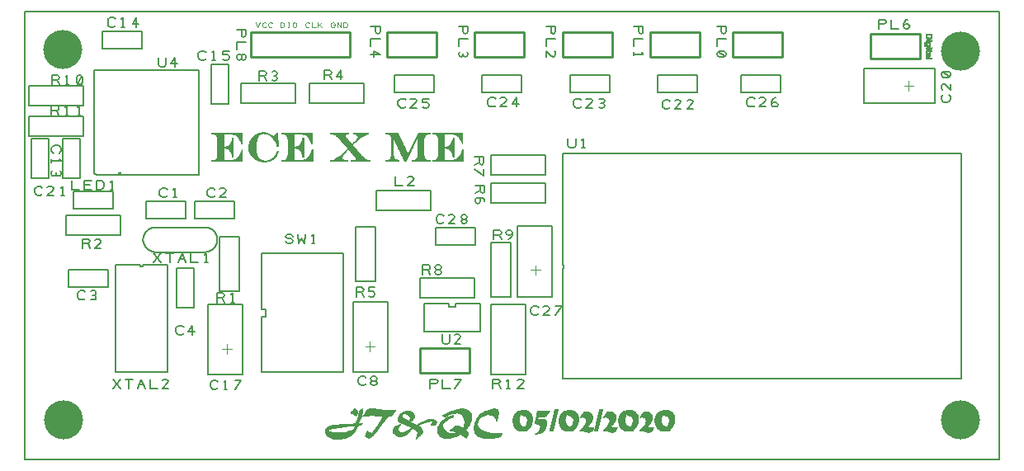
<source format=gbr>
%FSLAX23Y23*%
%MOIN*%
G04 EasyPC Gerber Version 12.0.1 Build 2704 *
%ADD11C,0.00100*%
%ADD12C,0.00500*%
%ADD13C,0.01000*%
%ADD128C,0.15748*%
X0Y0D02*
D02*
D11*
X756Y1323D02*
X878D01*
Y1280*
X877*
X873Y1289*
X869Y1295*
X863Y1307*
X851Y1315*
X839Y1317*
X827Y1319*
X804*
Y1266*
X810*
X821Y1268*
X831Y1278*
X837Y1291*
X839Y1295*
Y1301*
X843*
Y1226*
X839*
X837Y1236*
X833Y1246*
X829Y1252*
X821Y1260*
X808Y1262*
X804*
Y1211*
X823*
X837Y1213*
X851Y1215*
X861Y1223*
X873Y1238*
X875Y1246*
X878Y1254*
X880*
Y1207*
X756*
Y1211*
X758*
X768Y1213*
X774Y1217*
X778Y1223*
X780Y1232*
Y1297*
X778Y1307*
X774Y1313*
X768Y1317*
X758Y1319*
X756*
Y1323*
X1022Y1248D02*
X1024D01*
X1020Y1236*
X1014Y1226*
X1004Y1217*
X995Y1211*
X983Y1207*
X969Y1205*
X953Y1207*
X938Y1213*
X924Y1223*
X914Y1234*
X906Y1248*
X904Y1264*
X908Y1284*
X918Y1301*
X934Y1315*
X949Y1323*
X965Y1325*
X977Y1323*
X987Y1319*
X997Y1313*
X1001Y1311*
X1004Y1309*
X1010Y1313*
X1018Y1323*
X1022*
X1024Y1268*
X1020*
X1018Y1278*
X1014Y1286*
X1002Y1303*
X995Y1311*
X985Y1317*
X975Y1319*
X967Y1321*
X955Y1319*
X947Y1315*
X941Y1307*
X938Y1295*
X934Y1282*
Y1264*
X936Y1244*
X940Y1228*
X945Y1219*
X957Y1211*
X971Y1209*
X987Y1211*
X999Y1217*
X1010Y1226*
X1016Y1236*
X1022Y1248*
X1040Y1323D02*
X1162D01*
Y1280*
X1160*
X1156Y1289*
X1152Y1295*
X1146Y1307*
X1134Y1315*
X1123Y1317*
X1111Y1319*
X1087*
Y1266*
X1093*
X1105Y1268*
X1115Y1278*
X1121Y1291*
X1123Y1295*
Y1301*
X1127*
Y1226*
X1123*
X1121Y1236*
X1117Y1246*
X1113Y1252*
X1105Y1260*
X1091Y1262*
X1087*
Y1211*
X1107*
X1121Y1213*
X1134Y1215*
X1144Y1223*
X1156Y1238*
X1158Y1246*
X1162Y1254*
X1164*
Y1207*
X1040*
Y1211*
X1042*
X1052Y1213*
X1058Y1217*
X1062Y1223*
X1064Y1232*
Y1297*
X1062Y1307*
X1058Y1313*
X1052Y1317*
X1042Y1319*
X1040*
Y1323*
X1235D02*
X1310D01*
Y1319*
X1308*
X1298Y1317*
X1294Y1311*
X1296Y1307*
X1300Y1301*
X1321Y1276*
X1341Y1293*
X1345Y1299*
X1347Y1305*
X1345Y1311*
X1341Y1315*
X1335Y1317*
X1327Y1319*
Y1323*
X1390*
Y1319*
X1371Y1313*
X1357Y1305*
X1345Y1293*
X1323Y1274*
X1363Y1228*
X1371Y1221*
X1377Y1215*
X1384Y1213*
X1392Y1211*
X1394*
Y1207*
X1317*
Y1211*
X1325*
X1335Y1213*
X1339Y1215*
Y1219*
Y1223*
X1335Y1226*
X1308Y1258*
X1290Y1238*
X1286Y1232*
X1282Y1228*
Y1223*
Y1219*
X1286Y1215*
X1292Y1211*
X1300*
X1304*
Y1207*
X1235*
Y1211*
X1247Y1213*
X1256Y1217*
X1270Y1224*
X1284Y1236*
X1308Y1260*
X1268Y1303*
X1254Y1315*
X1239Y1319*
X1235*
Y1323*
X1457D02*
X1506D01*
X1550Y1234*
X1593Y1323*
X1638*
Y1319*
X1634*
X1625Y1317*
X1619Y1313*
X1615Y1307*
X1613Y1297*
Y1232*
X1615Y1223*
X1619Y1217*
X1625Y1213*
X1634Y1211*
X1638*
Y1207*
X1564*
Y1211*
X1567*
X1577Y1213*
X1583Y1217*
X1587Y1223*
X1589Y1232*
Y1309*
X1540Y1207*
X1536*
X1487Y1309*
Y1234*
X1491Y1223*
X1499Y1215*
X1512Y1211*
Y1207*
X1457*
Y1211*
X1459*
X1469Y1213*
X1477Y1217*
X1481Y1224*
X1483Y1234*
Y1297*
X1481Y1307*
X1477Y1313*
X1471Y1317*
X1461Y1319*
X1457*
Y1323*
X1648D02*
X1770D01*
Y1280*
X1768*
X1764Y1289*
X1760Y1295*
X1754Y1307*
X1743Y1315*
X1731Y1317*
X1719Y1319*
X1695*
Y1266*
X1701*
X1713Y1268*
X1723Y1278*
X1729Y1291*
X1731Y1295*
Y1301*
X1735*
Y1226*
X1731*
X1729Y1236*
X1725Y1246*
X1721Y1252*
X1713Y1260*
X1699Y1262*
X1695*
Y1211*
X1715*
X1729Y1213*
X1743Y1215*
X1753Y1223*
X1764Y1238*
X1766Y1246*
X1770Y1254*
X1772*
Y1207*
X1648*
Y1211*
X1650*
X1660Y1213*
X1666Y1217*
X1670Y1223*
X1672Y1232*
Y1297*
X1670Y1307*
X1666Y1313*
X1660Y1317*
X1650Y1319*
X1648*
Y1323*
X968Y1205D02*
X970D01*
X960Y1206D02*
X977D01*
X756Y1207D02*
X880D01*
X953D02*
X983D01*
X1040D02*
X1164D01*
X1235D02*
X1304D01*
X1317D02*
X1394D01*
X1457D02*
X1512D01*
X1536D02*
X1540D01*
X1564D02*
X1638D01*
X1648D02*
X1772D01*
X756Y1208D02*
X880D01*
X951D02*
X986D01*
X1040D02*
X1164D01*
X1235D02*
X1304D01*
X1317D02*
X1394D01*
X1457D02*
X1512D01*
X1535D02*
X1540D01*
X1564D02*
X1638D01*
X1648D02*
X1772D01*
X756Y1209D02*
X880D01*
X948D02*
X971D01*
X971D02*
X989D01*
X1040D02*
X1164D01*
X1235D02*
X1304D01*
X1317D02*
X1394D01*
X1457D02*
X1512D01*
X1535D02*
X1541D01*
X1564D02*
X1638D01*
X1648D02*
X1772D01*
X756Y1210D02*
X880D01*
X946D02*
X965D01*
X978D02*
X991D01*
X1040D02*
X1164D01*
X1235D02*
X1304D01*
X1317D02*
X1394D01*
X1457D02*
X1512D01*
X1535D02*
X1541D01*
X1564D02*
X1638D01*
X1648D02*
X1772D01*
X756Y1211D02*
X880D01*
X943D02*
X958D01*
X986D02*
X994D01*
X1040D02*
X1164D01*
X1235D02*
X1304D01*
X1317D02*
X1394D01*
X1457D02*
X1512D01*
X1534D02*
X1542D01*
X1564D02*
X1638D01*
X1648D02*
X1772D01*
X763Y1212D02*
X804D01*
X829D02*
X880D01*
X941D02*
X956D01*
X988D02*
X996D01*
X1046D02*
X1087D01*
X1113D02*
X1164D01*
X1240D02*
X1291D01*
X1329D02*
X1389D01*
X1463D02*
X1509D01*
X1534D02*
X1542D01*
X1572D02*
X1630D01*
X1654D02*
X1695D01*
X1721D02*
X1772D01*
X767Y1212D02*
X804D01*
X836D02*
X880D01*
X938D02*
X955D01*
X990D02*
X998D01*
X1051D02*
X1087D01*
X1119D02*
X1164D01*
X1245D02*
X1289D01*
X1334D02*
X1385D01*
X1468D02*
X1506D01*
X1533D02*
X1543D01*
X1576D02*
X1626D01*
X1659D02*
X1695D01*
X1727D02*
X1772D01*
X769Y1213D02*
X804D01*
X842D02*
X880D01*
X937D02*
X953D01*
X992D02*
X999D01*
X1053D02*
X1087D01*
X1126D02*
X1164D01*
X1248D02*
X1288D01*
X1337D02*
X1381D01*
X1470D02*
X1503D01*
X1533D02*
X1543D01*
X1578D02*
X1623D01*
X1661D02*
X1695D01*
X1734D02*
X1772D01*
X771Y1214D02*
X804D01*
X849D02*
X880D01*
X935D02*
X952D01*
X994D02*
X1001D01*
X1054D02*
X1087D01*
X1132D02*
X1164D01*
X1251D02*
X1286D01*
X1339D02*
X1378D01*
X1472D02*
X1500D01*
X1532D02*
X1544D01*
X1580D02*
X1622D01*
X1662D02*
X1695D01*
X1741D02*
X1772D01*
X772Y1215D02*
X804D01*
X852D02*
X880D01*
X934D02*
X950D01*
X996D02*
X1002D01*
X1056D02*
X1087D01*
X1135D02*
X1164D01*
X1253D02*
X1285D01*
X1339D02*
X1376D01*
X1474D02*
X1498D01*
X1532D02*
X1544D01*
X1581D02*
X1621D01*
X1664D02*
X1695D01*
X1743D02*
X1772D01*
X774Y1216D02*
X804D01*
X853D02*
X880D01*
X933D02*
X949D01*
X998D02*
X1004D01*
X1057D02*
X1087D01*
X1136D02*
X1164D01*
X1255D02*
X1284D01*
X1339D02*
X1375D01*
X1476D02*
X1497D01*
X1531D02*
X1544D01*
X1583D02*
X1619D01*
X1665D02*
X1695D01*
X1745D02*
X1772D01*
X775Y1217D02*
X804D01*
X854D02*
X880D01*
X931D02*
X948D01*
X999D02*
X1005D01*
X1058D02*
X1087D01*
X1138D02*
X1164D01*
X1257D02*
X1283D01*
X1339D02*
X1374D01*
X1477D02*
X1496D01*
X1531D02*
X1545D01*
X1584D02*
X1618D01*
X1666D02*
X1695D01*
X1746D02*
X1772D01*
X775Y1218D02*
X804D01*
X855D02*
X880D01*
X930D02*
X946D01*
X1000D02*
X1006D01*
X1059D02*
X1087D01*
X1139D02*
X1164D01*
X1259D02*
X1283D01*
X1339D02*
X1373D01*
X1478D02*
X1495D01*
X1531D02*
X1545D01*
X1584D02*
X1618D01*
X1667D02*
X1695D01*
X1747D02*
X1772D01*
X776Y1219D02*
X804D01*
X856D02*
X880D01*
X929D02*
X945D01*
X1001D02*
X1007D01*
X1059D02*
X1087D01*
X1140D02*
X1164D01*
X1261D02*
X1282D01*
X1339D02*
X1372D01*
X1478D02*
X1494D01*
X1530D02*
X1546D01*
X1585D02*
X1617D01*
X1667D02*
X1695D01*
X1748D02*
X1772D01*
X776Y1220D02*
X804D01*
X858D02*
X880D01*
X927D02*
X945D01*
X1003D02*
X1008D01*
X1060D02*
X1087D01*
X1141D02*
X1164D01*
X1262D02*
X1282D01*
X1339D02*
X1371D01*
X1479D02*
X1493D01*
X1530D02*
X1546D01*
X1585D02*
X1616D01*
X1668D02*
X1695D01*
X1749D02*
X1772D01*
X777Y1221D02*
X804D01*
X859D02*
X880D01*
X926D02*
X944D01*
X1004D02*
X1009D01*
X1060D02*
X1087D01*
X1142D02*
X1164D01*
X1264D02*
X1282D01*
X1339D02*
X1370D01*
X1479D02*
X1492D01*
X1529D02*
X1547D01*
X1586D02*
X1616D01*
X1669D02*
X1695D01*
X1750D02*
X1772D01*
X778Y1222D02*
X804D01*
X860D02*
X880D01*
X925D02*
X943D01*
X1005D02*
X1010D01*
X1061D02*
X1087D01*
X1143D02*
X1164D01*
X1266D02*
X1282D01*
X1339D02*
X1369D01*
X1480D02*
X1491D01*
X1529D02*
X1547D01*
X1587D02*
X1615D01*
X1669D02*
X1695D01*
X1752D02*
X1772D01*
X778Y1223D02*
X804D01*
X861D02*
X880D01*
X924D02*
X943D01*
X1006D02*
X1011D01*
X1062D02*
X1087D01*
X1144D02*
X1164D01*
X1267D02*
X1282D01*
X1339D02*
X1368D01*
X1480D02*
X1491D01*
X1528D02*
X1548D01*
X1587D02*
X1615D01*
X1670D02*
X1695D01*
X1753D02*
X1772D01*
X778Y1224D02*
X804D01*
X862D02*
X880D01*
X923D02*
X942D01*
X1007D02*
X1012D01*
X1062D02*
X1087D01*
X1145D02*
X1164D01*
X1269D02*
X1282D01*
X1338D02*
X1367D01*
X1480D02*
X1490D01*
X1528D02*
X1548D01*
X1587D02*
X1614D01*
X1670D02*
X1695D01*
X1753D02*
X1772D01*
X779Y1225D02*
X804D01*
X862D02*
X880D01*
X922D02*
X942D01*
X1008D02*
X1013D01*
X1062D02*
X1087D01*
X1146D02*
X1164D01*
X1270D02*
X1282D01*
X1337D02*
X1367D01*
X1481D02*
X1490D01*
X1527D02*
X1549D01*
X1588D02*
X1614D01*
X1670D02*
X1695D01*
X1754D02*
X1772D01*
X779Y1226D02*
X804D01*
X863D02*
X880D01*
X921D02*
X941D01*
X1009D02*
X1013D01*
X1062D02*
X1087D01*
X1147D02*
X1164D01*
X1272D02*
X1282D01*
X1336D02*
X1366D01*
X1481D02*
X1490D01*
X1527D02*
X1549D01*
X1588D02*
X1614D01*
X1670D02*
X1695D01*
X1755D02*
X1772D01*
X779Y1227D02*
X804D01*
X839D02*
X843D01*
X864D02*
X880D01*
X920D02*
X941D01*
X1010D02*
X1014D01*
X1062D02*
X1087D01*
X1123D02*
X1127D01*
X1147D02*
X1164D01*
X1273D02*
X1282D01*
X1335D02*
X1365D01*
X1481D02*
X1489D01*
X1526D02*
X1549D01*
X1588D02*
X1614D01*
X1671D02*
X1695D01*
X1731D02*
X1735D01*
X1756D02*
X1772D01*
X779Y1227D02*
X804D01*
X839D02*
X843D01*
X864D02*
X880D01*
X920D02*
X940D01*
X1011D02*
X1015D01*
X1063D02*
X1087D01*
X1122D02*
X1127D01*
X1148D02*
X1164D01*
X1274D02*
X1282D01*
X1334D02*
X1364D01*
X1481D02*
X1489D01*
X1526D02*
X1550D01*
X1588D02*
X1614D01*
X1671D02*
X1695D01*
X1731D02*
X1735D01*
X1756D02*
X1772D01*
X779Y1228D02*
X804D01*
X839D02*
X843D01*
X865D02*
X880D01*
X919D02*
X940D01*
X1012D02*
X1015D01*
X1063D02*
X1087D01*
X1122D02*
X1127D01*
X1149D02*
X1164D01*
X1275D02*
X1282D01*
X1333D02*
X1363D01*
X1482D02*
X1489D01*
X1526D02*
X1550D01*
X1588D02*
X1614D01*
X1671D02*
X1695D01*
X1730D02*
X1735D01*
X1757D02*
X1772D01*
X779Y1229D02*
X804D01*
X839D02*
X843D01*
X866D02*
X880D01*
X918D02*
X939D01*
X1012D02*
X1016D01*
X1063D02*
X1087D01*
X1122D02*
X1127D01*
X1149D02*
X1164D01*
X1276D02*
X1283D01*
X1333D02*
X1362D01*
X1482D02*
X1488D01*
X1525D02*
X1551D01*
X1589D02*
X1613D01*
X1671D02*
X1695D01*
X1730D02*
X1735D01*
X1758D02*
X1772D01*
X780Y1230D02*
X804D01*
X838D02*
X843D01*
X867D02*
X880D01*
X917D02*
X939D01*
X1013D02*
X1017D01*
X1063D02*
X1087D01*
X1122D02*
X1127D01*
X1150D02*
X1164D01*
X1277D02*
X1284D01*
X1332D02*
X1361D01*
X1482D02*
X1488D01*
X1525D02*
X1551D01*
X1589D02*
X1613D01*
X1671D02*
X1695D01*
X1730D02*
X1735D01*
X1758D02*
X1772D01*
X780Y1231D02*
X804D01*
X838D02*
X843D01*
X867D02*
X880D01*
X917D02*
X939D01*
X1013D02*
X1017D01*
X1063D02*
X1087D01*
X1122D02*
X1127D01*
X1151D02*
X1164D01*
X1278D02*
X1285D01*
X1331D02*
X1360D01*
X1482D02*
X1488D01*
X1524D02*
X1552D01*
X1589D02*
X1613D01*
X1672D02*
X1695D01*
X1730D02*
X1735D01*
X1759D02*
X1772D01*
X780Y1232D02*
X804D01*
X838D02*
X843D01*
X868D02*
X880D01*
X916D02*
X939D01*
X1014D02*
X1018D01*
X1063D02*
X1087D01*
X1121D02*
X1127D01*
X1151D02*
X1164D01*
X1279D02*
X1286D01*
X1330D02*
X1359D01*
X1482D02*
X1487D01*
X1524D02*
X1552D01*
X1589D02*
X1613D01*
X1672D02*
X1695D01*
X1730D02*
X1735D01*
X1760D02*
X1772D01*
X780Y1233D02*
X804D01*
X838D02*
X843D01*
X869D02*
X880D01*
X915D02*
X938D01*
X1014D02*
X1018D01*
X1064D02*
X1087D01*
X1121D02*
X1127D01*
X1152D02*
X1164D01*
X1280D02*
X1286D01*
X1329D02*
X1359D01*
X1483D02*
X1487D01*
X1523D02*
X1553D01*
X1589D02*
X1613D01*
X1672D02*
X1695D01*
X1730D02*
X1735D01*
X1760D02*
X1772D01*
X780Y1234D02*
X804D01*
X838D02*
X843D01*
X869D02*
X880D01*
X914D02*
X938D01*
X1015D02*
X1019D01*
X1064D02*
X1087D01*
X1121D02*
X1127D01*
X1153D02*
X1164D01*
X1281D02*
X1287D01*
X1329D02*
X1358D01*
X1483D02*
X1487D01*
X1523D02*
X1553D01*
X1589D02*
X1613D01*
X1672D02*
X1695D01*
X1729D02*
X1735D01*
X1761D02*
X1772D01*
X780Y1235D02*
X804D01*
X837D02*
X843D01*
X870D02*
X880D01*
X914D02*
X938D01*
X1015D02*
X1019D01*
X1064D02*
X1087D01*
X1121D02*
X1127D01*
X1154D02*
X1164D01*
X1282D02*
X1288D01*
X1328D02*
X1357D01*
X1483D02*
X1487D01*
X1522D02*
X1549D01*
X1550D02*
X1553D01*
X1589D02*
X1613D01*
X1672D02*
X1695D01*
X1729D02*
X1735D01*
X1762D02*
X1772D01*
X780Y1236D02*
X804D01*
X837D02*
X843D01*
X871D02*
X880D01*
X913D02*
X938D01*
X1016D02*
X1020D01*
X1064D02*
X1087D01*
X1121D02*
X1127D01*
X1154D02*
X1164D01*
X1284D02*
X1288D01*
X1327D02*
X1356D01*
X1483D02*
X1487D01*
X1522D02*
X1549D01*
X1551D02*
X1554D01*
X1589D02*
X1613D01*
X1672D02*
X1695D01*
X1729D02*
X1735D01*
X1763D02*
X1772D01*
X780Y1237D02*
X804D01*
X837D02*
X843D01*
X872D02*
X880D01*
X912D02*
X937D01*
X1017D02*
X1020D01*
X1064D02*
X1087D01*
X1120D02*
X1127D01*
X1155D02*
X1164D01*
X1285D02*
X1289D01*
X1326D02*
X1355D01*
X1483D02*
X1487D01*
X1522D02*
X1549D01*
X1551D02*
X1554D01*
X1589D02*
X1613D01*
X1672D02*
X1695D01*
X1729D02*
X1735D01*
X1763D02*
X1772D01*
X780Y1238D02*
X804D01*
X837D02*
X843D01*
X872D02*
X880D01*
X912D02*
X937D01*
X1017D02*
X1021D01*
X1064D02*
X1087D01*
X1120D02*
X1127D01*
X1156D02*
X1164D01*
X1285D02*
X1290D01*
X1325D02*
X1355D01*
X1483D02*
X1487D01*
X1521D02*
X1548D01*
X1551D02*
X1555D01*
X1589D02*
X1613D01*
X1672D02*
X1695D01*
X1728D02*
X1735D01*
X1764D02*
X1772D01*
X780Y1239D02*
X804D01*
X836D02*
X843D01*
X873D02*
X880D01*
X911D02*
X937D01*
X1017D02*
X1021D01*
X1064D02*
X1087D01*
X1120D02*
X1127D01*
X1156D02*
X1164D01*
X1286D02*
X1290D01*
X1324D02*
X1354D01*
X1483D02*
X1487D01*
X1521D02*
X1548D01*
X1552D02*
X1555D01*
X1589D02*
X1613D01*
X1672D02*
X1695D01*
X1728D02*
X1735D01*
X1764D02*
X1772D01*
X780Y1240D02*
X804D01*
X836D02*
X843D01*
X873D02*
X880D01*
X911D02*
X937D01*
X1018D02*
X1021D01*
X1064D02*
X1087D01*
X1119D02*
X1127D01*
X1156D02*
X1164D01*
X1287D02*
X1291D01*
X1324D02*
X1353D01*
X1483D02*
X1487D01*
X1520D02*
X1547D01*
X1552D02*
X1556D01*
X1589D02*
X1613D01*
X1672D02*
X1695D01*
X1728D02*
X1735D01*
X1765D02*
X1772D01*
X780Y1241D02*
X804D01*
X835D02*
X843D01*
X873D02*
X880D01*
X910D02*
X936D01*
X1018D02*
X1022D01*
X1064D02*
X1087D01*
X1119D02*
X1127D01*
X1157D02*
X1164D01*
X1288D02*
X1292D01*
X1323D02*
X1352D01*
X1483D02*
X1487D01*
X1520D02*
X1547D01*
X1553D02*
X1556D01*
X1589D02*
X1613D01*
X1672D02*
X1695D01*
X1727D02*
X1735D01*
X1765D02*
X1772D01*
X780Y1242D02*
X804D01*
X835D02*
X843D01*
X873D02*
X880D01*
X910D02*
X936D01*
X1019D02*
X1022D01*
X1064D02*
X1087D01*
X1119D02*
X1127D01*
X1157D02*
X1164D01*
X1289D02*
X1293D01*
X1322D02*
X1351D01*
X1483D02*
X1487D01*
X1519D02*
X1546D01*
X1553D02*
X1557D01*
X1589D02*
X1613D01*
X1672D02*
X1695D01*
X1727D02*
X1735D01*
X1765D02*
X1772D01*
X780Y1242D02*
X804D01*
X835D02*
X843D01*
X874D02*
X880D01*
X909D02*
X936D01*
X1019D02*
X1022D01*
X1064D02*
X1087D01*
X1118D02*
X1127D01*
X1157D02*
X1164D01*
X1290D02*
X1294D01*
X1321D02*
X1351D01*
X1483D02*
X1487D01*
X1519D02*
X1546D01*
X1554D02*
X1557D01*
X1589D02*
X1613D01*
X1672D02*
X1695D01*
X1726D02*
X1735D01*
X1765D02*
X1772D01*
X780Y1243D02*
X804D01*
X834D02*
X843D01*
X874D02*
X880D01*
X909D02*
X936D01*
X1020D02*
X1023D01*
X1064D02*
X1087D01*
X1118D02*
X1127D01*
X1157D02*
X1164D01*
X1291D02*
X1295D01*
X1320D02*
X1350D01*
X1483D02*
X1487D01*
X1518D02*
X1545D01*
X1554D02*
X1558D01*
X1589D02*
X1613D01*
X1672D02*
X1695D01*
X1726D02*
X1735D01*
X1766D02*
X1772D01*
X780Y1244D02*
X804D01*
X834D02*
X843D01*
X874D02*
X880D01*
X908D02*
X936D01*
X1020D02*
X1023D01*
X1064D02*
X1087D01*
X1117D02*
X1127D01*
X1158D02*
X1164D01*
X1292D02*
X1295D01*
X1320D02*
X1349D01*
X1483D02*
X1487D01*
X1518D02*
X1545D01*
X1555D02*
X1558D01*
X1589D02*
X1613D01*
X1672D02*
X1695D01*
X1726D02*
X1735D01*
X1766D02*
X1772D01*
X780Y1245D02*
X804D01*
X834D02*
X843D01*
X874D02*
X880D01*
X908D02*
X935D01*
X1021D02*
X1023D01*
X1064D02*
X1087D01*
X1117D02*
X1127D01*
X1158D02*
X1164D01*
X1293D02*
X1296D01*
X1319D02*
X1348D01*
X1483D02*
X1487D01*
X1517D02*
X1544D01*
X1555D02*
X1558D01*
X1589D02*
X1613D01*
X1672D02*
X1695D01*
X1725D02*
X1735D01*
X1766D02*
X1772D01*
X780Y1246D02*
X804D01*
X833D02*
X843D01*
X875D02*
X880D01*
X907D02*
X935D01*
X1021D02*
X1024D01*
X1064D02*
X1087D01*
X1117D02*
X1127D01*
X1158D02*
X1164D01*
X1294D02*
X1297D01*
X1318D02*
X1347D01*
X1483D02*
X1487D01*
X1517D02*
X1544D01*
X1556D02*
X1559D01*
X1589D02*
X1613D01*
X1672D02*
X1695D01*
X1725D02*
X1735D01*
X1766D02*
X1772D01*
X780Y1247D02*
X804D01*
X833D02*
X843D01*
X875D02*
X880D01*
X907D02*
X935D01*
X1022D02*
X1024D01*
X1064D02*
X1087D01*
X1116D02*
X1127D01*
X1159D02*
X1164D01*
X1295D02*
X1298D01*
X1317D02*
X1346D01*
X1483D02*
X1487D01*
X1517D02*
X1543D01*
X1556D02*
X1559D01*
X1589D02*
X1613D01*
X1672D02*
X1695D01*
X1724D02*
X1735D01*
X1767D02*
X1772D01*
X780Y1248D02*
X804D01*
X832D02*
X843D01*
X876D02*
X880D01*
X906D02*
X935D01*
X1022D02*
X1024D01*
X1064D02*
X1087D01*
X1115D02*
X1127D01*
X1159D02*
X1164D01*
X1296D02*
X1299D01*
X1316D02*
X1346D01*
X1483D02*
X1487D01*
X1516D02*
X1543D01*
X1556D02*
X1560D01*
X1589D02*
X1613D01*
X1672D02*
X1695D01*
X1724D02*
X1735D01*
X1767D02*
X1772D01*
X780Y1249D02*
X804D01*
X831D02*
X843D01*
X876D02*
X880D01*
X906D02*
X935D01*
X1064D02*
X1087D01*
X1115D02*
X1127D01*
X1159D02*
X1164D01*
X1297D02*
X1300D01*
X1315D02*
X1345D01*
X1483D02*
X1487D01*
X1516D02*
X1543D01*
X1557D02*
X1560D01*
X1589D02*
X1613D01*
X1672D02*
X1695D01*
X1723D02*
X1735D01*
X1768D02*
X1772D01*
X780Y1250D02*
X804D01*
X831D02*
X843D01*
X876D02*
X880D01*
X906D02*
X935D01*
X1064D02*
X1087D01*
X1114D02*
X1127D01*
X1160D02*
X1164D01*
X1298D02*
X1300D01*
X1315D02*
X1344D01*
X1483D02*
X1487D01*
X1515D02*
X1542D01*
X1557D02*
X1561D01*
X1589D02*
X1613D01*
X1672D02*
X1695D01*
X1722D02*
X1735D01*
X1768D02*
X1772D01*
X780Y1251D02*
X804D01*
X830D02*
X843D01*
X877D02*
X880D01*
X906D02*
X935D01*
X1064D02*
X1087D01*
X1114D02*
X1127D01*
X1160D02*
X1164D01*
X1299D02*
X1301D01*
X1314D02*
X1343D01*
X1483D02*
X1487D01*
X1515D02*
X1542D01*
X1558D02*
X1561D01*
X1589D02*
X1613D01*
X1672D02*
X1695D01*
X1722D02*
X1735D01*
X1769D02*
X1772D01*
X780Y1252D02*
X804D01*
X829D02*
X843D01*
X877D02*
X880D01*
X906D02*
X935D01*
X1064D02*
X1087D01*
X1113D02*
X1127D01*
X1161D02*
X1164D01*
X1300D02*
X1302D01*
X1313D02*
X1342D01*
X1483D02*
X1487D01*
X1514D02*
X1541D01*
X1558D02*
X1562D01*
X1589D02*
X1613D01*
X1672D02*
X1695D01*
X1721D02*
X1735D01*
X1769D02*
X1772D01*
X780Y1253D02*
X804D01*
X829D02*
X843D01*
X878D02*
X880D01*
X905D02*
X935D01*
X1064D02*
X1087D01*
X1112D02*
X1127D01*
X1161D02*
X1164D01*
X1300D02*
X1303D01*
X1312D02*
X1342D01*
X1483D02*
X1487D01*
X1514D02*
X1541D01*
X1559D02*
X1562D01*
X1589D02*
X1613D01*
X1672D02*
X1695D01*
X1720D02*
X1735D01*
X1770D02*
X1772D01*
X780Y1254D02*
X804D01*
X828D02*
X843D01*
X878D02*
X880D01*
X905D02*
X935D01*
X1064D02*
X1087D01*
X1111D02*
X1127D01*
X1162D02*
X1164D01*
X1301D02*
X1304D01*
X1311D02*
X1341D01*
X1483D02*
X1487D01*
X1513D02*
X1540D01*
X1559D02*
X1562D01*
X1589D02*
X1613D01*
X1672D02*
X1695D01*
X1719D02*
X1735D01*
X1770D02*
X1772D01*
X780Y1255D02*
X804D01*
X827D02*
X843D01*
X905D02*
X935D01*
X1064D02*
X1087D01*
X1110D02*
X1127D01*
X1302D02*
X1305D01*
X1311D02*
X1340D01*
X1483D02*
X1487D01*
X1513D02*
X1540D01*
X1560D02*
X1563D01*
X1589D02*
X1613D01*
X1672D02*
X1695D01*
X1718D02*
X1735D01*
X780Y1256D02*
X804D01*
X826D02*
X843D01*
X905D02*
X934D01*
X1064D02*
X1087D01*
X1109D02*
X1127D01*
X1303D02*
X1305D01*
X1310D02*
X1339D01*
X1483D02*
X1487D01*
X1513D02*
X1539D01*
X1560D02*
X1563D01*
X1589D02*
X1613D01*
X1672D02*
X1695D01*
X1717D02*
X1735D01*
X780Y1257D02*
X804D01*
X825D02*
X843D01*
X905D02*
X934D01*
X1064D02*
X1087D01*
X1108D02*
X1127D01*
X1304D02*
X1306D01*
X1309D02*
X1338D01*
X1483D02*
X1487D01*
X1512D02*
X1539D01*
X1561D02*
X1564D01*
X1589D02*
X1613D01*
X1672D02*
X1695D01*
X1717D02*
X1735D01*
X780Y1257D02*
X804D01*
X824D02*
X843D01*
X905D02*
X934D01*
X1064D02*
X1087D01*
X1107D02*
X1127D01*
X1305D02*
X1307D01*
X1308D02*
X1338D01*
X1483D02*
X1487D01*
X1512D02*
X1538D01*
X1561D02*
X1564D01*
X1589D02*
X1613D01*
X1672D02*
X1695D01*
X1716D02*
X1735D01*
X780Y1258D02*
X804D01*
X823D02*
X843D01*
X905D02*
X934D01*
X1064D02*
X1087D01*
X1106D02*
X1127D01*
X1306D02*
X1337D01*
X1483D02*
X1487D01*
X1511D02*
X1538D01*
X1562D02*
X1565D01*
X1589D02*
X1613D01*
X1672D02*
X1695D01*
X1715D02*
X1735D01*
X780Y1259D02*
X804D01*
X822D02*
X843D01*
X905D02*
X934D01*
X1064D02*
X1087D01*
X1105D02*
X1127D01*
X1307D02*
X1336D01*
X1483D02*
X1487D01*
X1511D02*
X1538D01*
X1562D02*
X1565D01*
X1589D02*
X1613D01*
X1672D02*
X1695D01*
X1714D02*
X1735D01*
X780Y1260D02*
X804D01*
X819D02*
X843D01*
X905D02*
X934D01*
X1064D02*
X1087D01*
X1102D02*
X1127D01*
X1307D02*
X1335D01*
X1483D02*
X1487D01*
X1510D02*
X1537D01*
X1562D02*
X1566D01*
X1589D02*
X1613D01*
X1672D02*
X1695D01*
X1711D02*
X1735D01*
X780Y1261D02*
X804D01*
X812D02*
X843D01*
X904D02*
X934D01*
X1064D02*
X1087D01*
X1096D02*
X1127D01*
X1306D02*
X1334D01*
X1483D02*
X1487D01*
X1510D02*
X1537D01*
X1563D02*
X1566D01*
X1589D02*
X1613D01*
X1672D02*
X1695D01*
X1704D02*
X1735D01*
X780Y1262D02*
X843D01*
X904D02*
X934D01*
X1064D02*
X1127D01*
X1306D02*
X1333D01*
X1483D02*
X1487D01*
X1509D02*
X1536D01*
X1563D02*
X1567D01*
X1589D02*
X1613D01*
X1672D02*
X1735D01*
X780Y1263D02*
X843D01*
X904D02*
X934D01*
X1064D02*
X1127D01*
X1305D02*
X1333D01*
X1483D02*
X1487D01*
X1509D02*
X1536D01*
X1564D02*
X1567D01*
X1589D02*
X1613D01*
X1672D02*
X1735D01*
X780Y1264D02*
X843D01*
X904D02*
X934D01*
X1064D02*
X1127D01*
X1304D02*
X1332D01*
X1483D02*
X1487D01*
X1508D02*
X1535D01*
X1564D02*
X1567D01*
X1589D02*
X1613D01*
X1672D02*
X1735D01*
X780Y1265D02*
X843D01*
X904D02*
X934D01*
X1064D02*
X1127D01*
X1303D02*
X1331D01*
X1483D02*
X1487D01*
X1508D02*
X1535D01*
X1565D02*
X1568D01*
X1589D02*
X1613D01*
X1672D02*
X1735D01*
X780Y1266D02*
X804D01*
X810D02*
X843D01*
X904D02*
X934D01*
X1064D02*
X1087D01*
X1093D02*
X1127D01*
X1302D02*
X1330D01*
X1483D02*
X1487D01*
X1508D02*
X1534D01*
X1565D02*
X1568D01*
X1589D02*
X1613D01*
X1672D02*
X1695D01*
X1702D02*
X1735D01*
X780Y1267D02*
X804D01*
X816D02*
X843D01*
X905D02*
X934D01*
X1064D02*
X1087D01*
X1099D02*
X1127D01*
X1301D02*
X1329D01*
X1483D02*
X1487D01*
X1507D02*
X1534D01*
X1566D02*
X1569D01*
X1589D02*
X1613D01*
X1672D02*
X1695D01*
X1707D02*
X1735D01*
X780Y1268D02*
X804D01*
X821D02*
X843D01*
X905D02*
X934D01*
X1064D02*
X1087D01*
X1105D02*
X1127D01*
X1300D02*
X1329D01*
X1483D02*
X1487D01*
X1507D02*
X1533D01*
X1566D02*
X1569D01*
X1589D02*
X1613D01*
X1672D02*
X1695D01*
X1713D02*
X1735D01*
X780Y1269D02*
X804D01*
X822D02*
X843D01*
X905D02*
X934D01*
X1020D02*
X1024D01*
X1064D02*
X1087D01*
X1106D02*
X1127D01*
X1300D02*
X1328D01*
X1483D02*
X1487D01*
X1506D02*
X1533D01*
X1567D02*
X1570D01*
X1589D02*
X1613D01*
X1672D02*
X1695D01*
X1714D02*
X1735D01*
X780Y1270D02*
X804D01*
X823D02*
X843D01*
X905D02*
X934D01*
X1020D02*
X1024D01*
X1064D02*
X1087D01*
X1107D02*
X1127D01*
X1299D02*
X1327D01*
X1483D02*
X1487D01*
X1506D02*
X1532D01*
X1567D02*
X1570D01*
X1589D02*
X1613D01*
X1672D02*
X1695D01*
X1715D02*
X1735D01*
X780Y1271D02*
X804D01*
X824D02*
X843D01*
X905D02*
X934D01*
X1020D02*
X1024D01*
X1064D02*
X1087D01*
X1108D02*
X1127D01*
X1298D02*
X1326D01*
X1483D02*
X1487D01*
X1505D02*
X1532D01*
X1567D02*
X1571D01*
X1589D02*
X1613D01*
X1672D02*
X1695D01*
X1716D02*
X1735D01*
X780Y1272D02*
X804D01*
X825D02*
X843D01*
X906D02*
X934D01*
X1019D02*
X1024D01*
X1064D02*
X1087D01*
X1109D02*
X1127D01*
X1297D02*
X1325D01*
X1483D02*
X1487D01*
X1505D02*
X1532D01*
X1568D02*
X1571D01*
X1589D02*
X1613D01*
X1672D02*
X1695D01*
X1717D02*
X1735D01*
X780Y1272D02*
X804D01*
X826D02*
X843D01*
X906D02*
X934D01*
X1019D02*
X1024D01*
X1064D02*
X1087D01*
X1110D02*
X1127D01*
X1296D02*
X1324D01*
X1483D02*
X1487D01*
X1504D02*
X1531D01*
X1568D02*
X1571D01*
X1589D02*
X1613D01*
X1672D02*
X1695D01*
X1718D02*
X1735D01*
X780Y1273D02*
X804D01*
X827D02*
X843D01*
X906D02*
X934D01*
X1019D02*
X1024D01*
X1064D02*
X1087D01*
X1110D02*
X1127D01*
X1295D02*
X1324D01*
X1483D02*
X1487D01*
X1504D02*
X1531D01*
X1569D02*
X1572D01*
X1589D02*
X1613D01*
X1672D02*
X1695D01*
X1719D02*
X1735D01*
X780Y1274D02*
X804D01*
X828D02*
X843D01*
X906D02*
X934D01*
X1019D02*
X1024D01*
X1064D02*
X1087D01*
X1111D02*
X1127D01*
X1295D02*
X1324D01*
X1483D02*
X1487D01*
X1503D02*
X1530D01*
X1569D02*
X1572D01*
X1589D02*
X1613D01*
X1672D02*
X1695D01*
X1720D02*
X1735D01*
X780Y1275D02*
X804D01*
X829D02*
X843D01*
X906D02*
X934D01*
X1019D02*
X1024D01*
X1064D02*
X1087D01*
X1112D02*
X1127D01*
X1294D02*
X1325D01*
X1483D02*
X1487D01*
X1503D02*
X1530D01*
X1570D02*
X1573D01*
X1589D02*
X1613D01*
X1672D02*
X1695D01*
X1721D02*
X1735D01*
X780Y1276D02*
X804D01*
X830D02*
X843D01*
X907D02*
X934D01*
X1019D02*
X1024D01*
X1064D02*
X1087D01*
X1113D02*
X1127D01*
X1293D02*
X1321D01*
X1322D02*
X1326D01*
X1483D02*
X1487D01*
X1503D02*
X1529D01*
X1570D02*
X1573D01*
X1589D02*
X1613D01*
X1672D02*
X1695D01*
X1722D02*
X1735D01*
X780Y1277D02*
X804D01*
X831D02*
X843D01*
X907D02*
X934D01*
X1018D02*
X1024D01*
X1064D02*
X1087D01*
X1114D02*
X1127D01*
X1292D02*
X1320D01*
X1323D02*
X1327D01*
X1483D02*
X1487D01*
X1502D02*
X1529D01*
X1571D02*
X1574D01*
X1589D02*
X1613D01*
X1672D02*
X1695D01*
X1722D02*
X1735D01*
X780Y1278D02*
X804D01*
X831D02*
X843D01*
X907D02*
X934D01*
X1018D02*
X1024D01*
X1064D02*
X1087D01*
X1115D02*
X1127D01*
X1291D02*
X1319D01*
X1324D02*
X1328D01*
X1483D02*
X1487D01*
X1502D02*
X1528D01*
X1571D02*
X1574D01*
X1589D02*
X1613D01*
X1672D02*
X1695D01*
X1723D02*
X1735D01*
X780Y1279D02*
X804D01*
X832D02*
X843D01*
X907D02*
X934D01*
X1018D02*
X1024D01*
X1064D02*
X1087D01*
X1115D02*
X1127D01*
X1290D02*
X1319D01*
X1325D02*
X1329D01*
X1483D02*
X1487D01*
X1501D02*
X1528D01*
X1572D02*
X1575D01*
X1589D02*
X1613D01*
X1672D02*
X1695D01*
X1724D02*
X1735D01*
X780Y1280D02*
X804D01*
X832D02*
X843D01*
X876D02*
X878D01*
X907D02*
X934D01*
X1017D02*
X1024D01*
X1064D02*
X1087D01*
X1116D02*
X1127D01*
X1160D02*
X1162D01*
X1289D02*
X1318D01*
X1326D02*
X1330D01*
X1483D02*
X1487D01*
X1501D02*
X1527D01*
X1572D02*
X1575D01*
X1589D02*
X1613D01*
X1672D02*
X1695D01*
X1724D02*
X1735D01*
X1768D02*
X1770D01*
X780Y1281D02*
X804D01*
X833D02*
X843D01*
X876D02*
X878D01*
X907D02*
X934D01*
X1017D02*
X1024D01*
X1064D02*
X1087D01*
X1116D02*
X1127D01*
X1159D02*
X1162D01*
X1289D02*
X1317D01*
X1327D02*
X1331D01*
X1483D02*
X1487D01*
X1500D02*
X1527D01*
X1573D02*
X1576D01*
X1589D02*
X1613D01*
X1672D02*
X1695D01*
X1724D02*
X1735D01*
X1768D02*
X1770D01*
X780Y1282D02*
X804D01*
X833D02*
X843D01*
X876D02*
X878D01*
X908D02*
X934D01*
X1016D02*
X1024D01*
X1064D02*
X1087D01*
X1116D02*
X1127D01*
X1159D02*
X1162D01*
X1288D02*
X1316D01*
X1328D02*
X1332D01*
X1483D02*
X1487D01*
X1500D02*
X1527D01*
X1573D02*
X1576D01*
X1589D02*
X1613D01*
X1672D02*
X1695D01*
X1725D02*
X1735D01*
X1767D02*
X1770D01*
X780Y1283D02*
X804D01*
X833D02*
X843D01*
X875D02*
X878D01*
X908D02*
X934D01*
X1016D02*
X1024D01*
X1064D02*
X1087D01*
X1117D02*
X1127D01*
X1159D02*
X1162D01*
X1287D02*
X1315D01*
X1329D02*
X1333D01*
X1483D02*
X1487D01*
X1499D02*
X1526D01*
X1573D02*
X1576D01*
X1589D02*
X1613D01*
X1672D02*
X1695D01*
X1725D02*
X1735D01*
X1767D02*
X1770D01*
X780Y1284D02*
X804D01*
X834D02*
X843D01*
X875D02*
X878D01*
X908D02*
X934D01*
X1015D02*
X1024D01*
X1064D02*
X1087D01*
X1117D02*
X1127D01*
X1158D02*
X1162D01*
X1286D02*
X1315D01*
X1330D02*
X1334D01*
X1483D02*
X1487D01*
X1499D02*
X1526D01*
X1574D02*
X1577D01*
X1589D02*
X1613D01*
X1672D02*
X1695D01*
X1726D02*
X1735D01*
X1767D02*
X1770D01*
X780Y1285D02*
X804D01*
X834D02*
X843D01*
X875D02*
X878D01*
X909D02*
X934D01*
X1015D02*
X1024D01*
X1064D02*
X1087D01*
X1118D02*
X1127D01*
X1158D02*
X1162D01*
X1285D02*
X1314D01*
X1331D02*
X1335D01*
X1483D02*
X1487D01*
X1499D02*
X1525D01*
X1574D02*
X1577D01*
X1589D02*
X1613D01*
X1672D02*
X1695D01*
X1726D02*
X1735D01*
X1766D02*
X1770D01*
X780Y1286D02*
X804D01*
X835D02*
X843D01*
X874D02*
X878D01*
X909D02*
X935D01*
X1014D02*
X1024D01*
X1064D02*
X1087D01*
X1118D02*
X1127D01*
X1158D02*
X1162D01*
X1284D02*
X1313D01*
X1332D02*
X1336D01*
X1483D02*
X1487D01*
X1498D02*
X1525D01*
X1575D02*
X1578D01*
X1589D02*
X1613D01*
X1672D02*
X1695D01*
X1726D02*
X1735D01*
X1766D02*
X1770D01*
X780Y1286D02*
X804D01*
X835D02*
X843D01*
X874D02*
X878D01*
X910D02*
X935D01*
X1014D02*
X1023D01*
X1064D02*
X1087D01*
X1119D02*
X1127D01*
X1157D02*
X1162D01*
X1283D02*
X1312D01*
X1333D02*
X1337D01*
X1483D02*
X1487D01*
X1498D02*
X1524D01*
X1575D02*
X1578D01*
X1589D02*
X1613D01*
X1672D02*
X1695D01*
X1727D02*
X1735D01*
X1765D02*
X1770D01*
X780Y1287D02*
X804D01*
X835D02*
X843D01*
X873D02*
X878D01*
X910D02*
X935D01*
X1013D02*
X1023D01*
X1064D02*
X1087D01*
X1119D02*
X1127D01*
X1157D02*
X1162D01*
X1283D02*
X1311D01*
X1334D02*
X1338D01*
X1483D02*
X1487D01*
X1497D02*
X1524D01*
X1576D02*
X1579D01*
X1589D02*
X1613D01*
X1672D02*
X1695D01*
X1727D02*
X1735D01*
X1765D02*
X1770D01*
X780Y1288D02*
X804D01*
X836D02*
X843D01*
X873D02*
X878D01*
X911D02*
X936D01*
X1012D02*
X1023D01*
X1064D02*
X1087D01*
X1119D02*
X1127D01*
X1156D02*
X1162D01*
X1282D02*
X1311D01*
X1336D02*
X1340D01*
X1483D02*
X1487D01*
X1497D02*
X1523D01*
X1576D02*
X1579D01*
X1589D02*
X1613D01*
X1672D02*
X1695D01*
X1728D02*
X1735D01*
X1765D02*
X1770D01*
X780Y1289D02*
X804D01*
X836D02*
X843D01*
X873D02*
X878D01*
X911D02*
X936D01*
X1012D02*
X1023D01*
X1064D02*
X1087D01*
X1120D02*
X1127D01*
X1156D02*
X1162D01*
X1281D02*
X1310D01*
X1337D02*
X1341D01*
X1483D02*
X1487D01*
X1496D02*
X1523D01*
X1577D02*
X1580D01*
X1589D02*
X1613D01*
X1672D02*
X1695D01*
X1728D02*
X1735D01*
X1764D02*
X1770D01*
X780Y1290D02*
X804D01*
X837D02*
X843D01*
X872D02*
X878D01*
X912D02*
X936D01*
X1011D02*
X1023D01*
X1064D02*
X1087D01*
X1120D02*
X1127D01*
X1156D02*
X1162D01*
X1280D02*
X1309D01*
X1338D02*
X1342D01*
X1483D02*
X1487D01*
X1496D02*
X1522D01*
X1577D02*
X1580D01*
X1589D02*
X1613D01*
X1672D02*
X1695D01*
X1728D02*
X1735D01*
X1764D02*
X1770D01*
X780Y1291D02*
X804D01*
X837D02*
X843D01*
X871D02*
X878D01*
X912D02*
X936D01*
X1011D02*
X1023D01*
X1064D02*
X1087D01*
X1121D02*
X1127D01*
X1155D02*
X1162D01*
X1279D02*
X1308D01*
X1339D02*
X1343D01*
X1483D02*
X1487D01*
X1495D02*
X1522D01*
X1578D02*
X1580D01*
X1589D02*
X1613D01*
X1672D02*
X1695D01*
X1729D02*
X1735D01*
X1763D02*
X1770D01*
X780Y1292D02*
X804D01*
X837D02*
X843D01*
X871D02*
X878D01*
X913D02*
X937D01*
X1010D02*
X1023D01*
X1064D02*
X1087D01*
X1121D02*
X1127D01*
X1154D02*
X1162D01*
X1278D02*
X1307D01*
X1340D02*
X1344D01*
X1483D02*
X1487D01*
X1495D02*
X1521D01*
X1578D02*
X1581D01*
X1589D02*
X1613D01*
X1672D02*
X1695D01*
X1729D02*
X1735D01*
X1763D02*
X1770D01*
X780Y1293D02*
X804D01*
X838D02*
X843D01*
X870D02*
X878D01*
X913D02*
X937D01*
X1009D02*
X1023D01*
X1064D02*
X1087D01*
X1121D02*
X1127D01*
X1154D02*
X1162D01*
X1277D02*
X1307D01*
X1341D02*
X1345D01*
X1483D02*
X1487D01*
X1494D02*
X1521D01*
X1578D02*
X1581D01*
X1589D02*
X1613D01*
X1672D02*
X1695D01*
X1730D02*
X1735D01*
X1762D02*
X1770D01*
X780Y1294D02*
X804D01*
X838D02*
X843D01*
X870D02*
X878D01*
X914D02*
X937D01*
X1009D02*
X1023D01*
X1064D02*
X1087D01*
X1122D02*
X1127D01*
X1153D02*
X1162D01*
X1277D02*
X1306D01*
X1341D02*
X1346D01*
X1483D02*
X1487D01*
X1494D02*
X1521D01*
X1579D02*
X1582D01*
X1589D02*
X1613D01*
X1672D02*
X1695D01*
X1730D02*
X1735D01*
X1761D02*
X1770D01*
X780Y1295D02*
X804D01*
X839D02*
X843D01*
X869D02*
X878D01*
X914D02*
X937D01*
X1008D02*
X1023D01*
X1064D02*
X1087D01*
X1122D02*
X1127D01*
X1152D02*
X1162D01*
X1276D02*
X1305D01*
X1342D02*
X1347D01*
X1483D02*
X1487D01*
X1494D02*
X1520D01*
X1579D02*
X1582D01*
X1589D02*
X1613D01*
X1672D02*
X1695D01*
X1731D02*
X1735D01*
X1761D02*
X1770D01*
X780Y1296D02*
X804D01*
X839D02*
X843D01*
X868D02*
X878D01*
X915D02*
X938D01*
X1007D02*
X1023D01*
X1064D02*
X1087D01*
X1123D02*
X1127D01*
X1152D02*
X1162D01*
X1275D02*
X1304D01*
X1343D02*
X1348D01*
X1483D02*
X1487D01*
X1493D02*
X1520D01*
X1580D02*
X1583D01*
X1589D02*
X1613D01*
X1672D02*
X1695D01*
X1731D02*
X1735D01*
X1760D02*
X1770D01*
X780Y1297D02*
X804D01*
X839D02*
X843D01*
X868D02*
X878D01*
X915D02*
X938D01*
X1007D02*
X1023D01*
X1064D02*
X1087D01*
X1123D02*
X1127D01*
X1151D02*
X1162D01*
X1274D02*
X1304D01*
X1343D02*
X1348D01*
X1483D02*
X1487D01*
X1493D02*
X1519D01*
X1580D02*
X1583D01*
X1589D02*
X1613D01*
X1672D02*
X1695D01*
X1731D02*
X1735D01*
X1760D02*
X1770D01*
X780Y1298D02*
X804D01*
X839D02*
X843D01*
X867D02*
X878D01*
X916D02*
X938D01*
X1006D02*
X1023D01*
X1063D02*
X1087D01*
X1123D02*
X1127D01*
X1151D02*
X1162D01*
X1273D02*
X1303D01*
X1344D02*
X1349D01*
X1483D02*
X1487D01*
X1492D02*
X1519D01*
X1581D02*
X1584D01*
X1589D02*
X1613D01*
X1672D02*
X1695D01*
X1731D02*
X1735D01*
X1759D02*
X1770D01*
X780Y1299D02*
X804D01*
X839D02*
X843D01*
X867D02*
X878D01*
X916D02*
X939D01*
X1006D02*
X1023D01*
X1063D02*
X1087D01*
X1123D02*
X1127D01*
X1150D02*
X1162D01*
X1272D02*
X1302D01*
X1345D02*
X1350D01*
X1483D02*
X1487D01*
X1492D02*
X1518D01*
X1581D02*
X1584D01*
X1589D02*
X1613D01*
X1672D02*
X1695D01*
X1731D02*
X1735D01*
X1759D02*
X1770D01*
X780Y1300D02*
X804D01*
X839D02*
X843D01*
X867D02*
X878D01*
X917D02*
X939D01*
X1005D02*
X1023D01*
X1063D02*
X1087D01*
X1123D02*
X1127D01*
X1150D02*
X1162D01*
X1272D02*
X1301D01*
X1345D02*
X1351D01*
X1482D02*
X1487D01*
X1491D02*
X1518D01*
X1582D02*
X1585D01*
X1589D02*
X1613D01*
X1671D02*
X1695D01*
X1731D02*
X1735D01*
X1758D02*
X1770D01*
X779Y1301D02*
X804D01*
X839D02*
X843D01*
X866D02*
X878D01*
X917D02*
X939D01*
X1004D02*
X1023D01*
X1063D02*
X1087D01*
X1123D02*
X1127D01*
X1150D02*
X1162D01*
X1271D02*
X1300D01*
X1345D02*
X1352D01*
X1482D02*
X1487D01*
X1491D02*
X1517D01*
X1582D02*
X1585D01*
X1589D02*
X1613D01*
X1671D02*
X1695D01*
X1731D02*
X1735D01*
X1758D02*
X1770D01*
X779Y1301D02*
X804D01*
X866D02*
X878D01*
X918D02*
X940D01*
X1004D02*
X1023D01*
X1063D02*
X1087D01*
X1149D02*
X1162D01*
X1270D02*
X1300D01*
X1346D02*
X1353D01*
X1482D02*
X1487D01*
X1490D02*
X1517D01*
X1583D02*
X1585D01*
X1589D02*
X1614D01*
X1671D02*
X1695D01*
X1757D02*
X1770D01*
X779Y1302D02*
X804D01*
X865D02*
X878D01*
X919D02*
X940D01*
X1003D02*
X1023D01*
X1063D02*
X1087D01*
X1149D02*
X1162D01*
X1269D02*
X1299D01*
X1346D02*
X1354D01*
X1482D02*
X1487D01*
X1490D02*
X1516D01*
X1583D02*
X1586D01*
X1589D02*
X1614D01*
X1671D02*
X1695D01*
X1757D02*
X1770D01*
X779Y1303D02*
X804D01*
X865D02*
X878D01*
X920D02*
X940D01*
X1002D02*
X1023D01*
X1062D02*
X1087D01*
X1148D02*
X1162D01*
X1268D02*
X1298D01*
X1346D02*
X1355D01*
X1482D02*
X1487D01*
X1490D02*
X1516D01*
X1583D02*
X1586D01*
X1589D02*
X1614D01*
X1671D02*
X1695D01*
X1756D02*
X1770D01*
X779Y1304D02*
X804D01*
X864D02*
X878D01*
X921D02*
X941D01*
X1001D02*
X1023D01*
X1062D02*
X1087D01*
X1148D02*
X1162D01*
X1267D02*
X1298D01*
X1347D02*
X1356D01*
X1481D02*
X1487D01*
X1489D02*
X1516D01*
X1584D02*
X1587D01*
X1589D02*
X1614D01*
X1670D02*
X1695D01*
X1756D02*
X1770D01*
X778Y1305D02*
X804D01*
X864D02*
X878D01*
X922D02*
X941D01*
X1000D02*
X1023D01*
X1062D02*
X1087D01*
X1147D02*
X1162D01*
X1266D02*
X1297D01*
X1347D02*
X1357D01*
X1481D02*
X1487D01*
X1489D02*
X1515D01*
X1584D02*
X1587D01*
X1589D02*
X1614D01*
X1670D02*
X1695D01*
X1755D02*
X1770D01*
X778Y1306D02*
X804D01*
X863D02*
X878D01*
X923D02*
X941D01*
X1000D02*
X1023D01*
X1062D02*
X1087D01*
X1147D02*
X1162D01*
X1265D02*
X1296D01*
X1347D02*
X1359D01*
X1481D02*
X1487D01*
X1488D02*
X1515D01*
X1585D02*
X1588D01*
X1589D02*
X1615D01*
X1670D02*
X1695D01*
X1755D02*
X1770D01*
X778Y1307D02*
X804D01*
X863D02*
X878D01*
X925D02*
X941D01*
X999D02*
X1023D01*
X1062D02*
X1087D01*
X1146D02*
X1162D01*
X1264D02*
X1296D01*
X1346D02*
X1360D01*
X1481D02*
X1487D01*
X1488D02*
X1514D01*
X1585D02*
X1588D01*
X1589D02*
X1615D01*
X1670D02*
X1695D01*
X1754D02*
X1770D01*
X778Y1308D02*
X804D01*
X861D02*
X878D01*
X926D02*
X942D01*
X998D02*
X1023D01*
X1061D02*
X1087D01*
X1145D02*
X1162D01*
X1263D02*
X1295D01*
X1346D02*
X1362D01*
X1480D02*
X1487D01*
X1487D02*
X1514D01*
X1586D02*
X1589D01*
X1589D02*
X1615D01*
X1669D02*
X1695D01*
X1753D02*
X1770D01*
X777Y1309D02*
X804D01*
X860D02*
X878D01*
X927D02*
X943D01*
X997D02*
X1023D01*
X1060D02*
X1087D01*
X1143D02*
X1162D01*
X1262D02*
X1295D01*
X1346D02*
X1363D01*
X1480D02*
X1487D01*
X1487D02*
X1513D01*
X1586D02*
X1589D01*
X1589D02*
X1616D01*
X1669D02*
X1695D01*
X1752D02*
X1770D01*
X776Y1310D02*
X804D01*
X859D02*
X878D01*
X928D02*
X944D01*
X996D02*
X1003D01*
X1006D02*
X1023D01*
X1060D02*
X1087D01*
X1142D02*
X1162D01*
X1260D02*
X1294D01*
X1345D02*
X1365D01*
X1479D02*
X1513D01*
X1587D02*
X1617D01*
X1668D02*
X1695D01*
X1750D02*
X1770D01*
X776Y1311D02*
X804D01*
X857D02*
X878D01*
X929D02*
X944D01*
X995D02*
X1001D01*
X1007D02*
X1023D01*
X1059D02*
X1087D01*
X1141D02*
X1162D01*
X1259D02*
X1294D01*
X1345D02*
X1367D01*
X1478D02*
X1512D01*
X1587D02*
X1617D01*
X1667D02*
X1695D01*
X1749D02*
X1770D01*
X775Y1312D02*
X804D01*
X856D02*
X878D01*
X930D02*
X945D01*
X993D02*
X999D01*
X1008D02*
X1023D01*
X1058D02*
X1087D01*
X1139D02*
X1162D01*
X1258D02*
X1294D01*
X1344D02*
X1368D01*
X1478D02*
X1512D01*
X1588D02*
X1618D01*
X1667D02*
X1695D01*
X1748D02*
X1770D01*
X774Y1313D02*
X804D01*
X854D02*
X878D01*
X931D02*
X946D01*
X992D02*
X997D01*
X1010D02*
X1023D01*
X1058D02*
X1087D01*
X1138D02*
X1162D01*
X1257D02*
X1295D01*
X1343D02*
X1370D01*
X1477D02*
X1511D01*
X1588D02*
X1618D01*
X1666D02*
X1695D01*
X1746D02*
X1770D01*
X773Y1314D02*
X804D01*
X853D02*
X878D01*
X932D02*
X946D01*
X990D02*
X996D01*
X1011D02*
X1023D01*
X1057D02*
X1087D01*
X1136D02*
X1162D01*
X1256D02*
X1296D01*
X1342D02*
X1373D01*
X1476D02*
X1511D01*
X1589D02*
X1620D01*
X1665D02*
X1695D01*
X1745D02*
X1770D01*
X772Y1315D02*
X804D01*
X852D02*
X878D01*
X933D02*
X947D01*
X989D02*
X994D01*
X1012D02*
X1022D01*
X1055D02*
X1087D01*
X1135D02*
X1162D01*
X1255D02*
X1296D01*
X1342D02*
X1376D01*
X1475D02*
X1511D01*
X1589D02*
X1621D01*
X1664D02*
X1695D01*
X1743D02*
X1770D01*
X770Y1316D02*
X804D01*
X848D02*
X878D01*
X935D02*
X948D01*
X987D02*
X992D01*
X1012D02*
X1022D01*
X1054D02*
X1087D01*
X1131D02*
X1162D01*
X1252D02*
X1297D01*
X1340D02*
X1379D01*
X1473D02*
X1510D01*
X1589D02*
X1622D01*
X1662D02*
X1695D01*
X1740D02*
X1770D01*
X769Y1316D02*
X804D01*
X842D02*
X878D01*
X936D02*
X950D01*
X986D02*
X991D01*
X1013D02*
X1022D01*
X1053D02*
X1087D01*
X1126D02*
X1162D01*
X1249D02*
X1297D01*
X1337D02*
X1382D01*
X1472D02*
X1510D01*
X1590D02*
X1624D01*
X1661D02*
X1695D01*
X1734D02*
X1770D01*
X766Y1317D02*
X804D01*
X837D02*
X878D01*
X938D02*
X952D01*
X983D02*
X989D01*
X1014D02*
X1022D01*
X1050D02*
X1087D01*
X1120D02*
X1162D01*
X1245D02*
X1300D01*
X1334D02*
X1385D01*
X1469D02*
X1509D01*
X1590D02*
X1627D01*
X1658D02*
X1695D01*
X1728D02*
X1770D01*
X762Y1318D02*
X804D01*
X831D02*
X878D01*
X940D02*
X954D01*
X978D02*
X988D01*
X1015D02*
X1022D01*
X1045D02*
X1087D01*
X1115D02*
X1162D01*
X1241D02*
X1305D01*
X1330D02*
X1388D01*
X1464D02*
X1509D01*
X1591D02*
X1631D01*
X1653D02*
X1695D01*
X1723D02*
X1770D01*
X756Y1319D02*
X878D01*
X942D02*
X957D01*
X974D02*
X986D01*
X1015D02*
X1022D01*
X1040D02*
X1162D01*
X1235D02*
X1310D01*
X1327D02*
X1390D01*
X1457D02*
X1508D01*
X1591D02*
X1638D01*
X1648D02*
X1770D01*
X756Y1320D02*
X878D01*
X944D02*
X963D01*
X970D02*
X984D01*
X1016D02*
X1022D01*
X1040D02*
X1162D01*
X1235D02*
X1310D01*
X1327D02*
X1390D01*
X1457D02*
X1508D01*
X1592D02*
X1638D01*
X1648D02*
X1770D01*
X756Y1321D02*
X878D01*
X946D02*
X981D01*
X1017D02*
X1022D01*
X1040D02*
X1162D01*
X1235D02*
X1310D01*
X1327D02*
X1390D01*
X1457D02*
X1507D01*
X1592D02*
X1638D01*
X1648D02*
X1770D01*
X756Y1322D02*
X878D01*
X948D02*
X979D01*
X1018D02*
X1022D01*
X1040D02*
X1162D01*
X1235D02*
X1310D01*
X1327D02*
X1390D01*
X1457D02*
X1507D01*
X1593D02*
X1638D01*
X1648D02*
X1770D01*
X950Y1323D02*
X976D01*
X958Y1324D02*
X971D01*
X798Y448D02*
X837D01*
X817Y428D02*
Y468D01*
X936Y1768D02*
X943Y1749D01*
X951Y1768*
X976Y1752D02*
X975Y1750D01*
X972Y1749*
X967*
X964Y1750*
X962Y1752*
X961Y1755*
Y1761*
X962Y1764*
X964Y1766*
X967Y1768*
X972*
X975Y1766*
X976Y1764*
X1001Y1752D02*
X1000Y1750D01*
X997Y1749*
X992*
X989Y1750*
X987Y1752*
X986Y1755*
Y1761*
X987Y1764*
X989Y1766*
X992Y1768*
X997*
X1000Y1766*
X1001Y1764*
X1034Y1749D02*
Y1768D01*
X1043*
X1046Y1766*
X1048Y1764*
X1050Y1761*
Y1755*
X1048Y1752*
X1046Y1750*
X1043Y1749*
X1034*
X1064D02*
X1070D01*
X1067D02*
Y1768D01*
X1064D02*
X1070D01*
X1084Y1755D02*
Y1761D01*
X1086Y1764*
X1087Y1766*
X1090Y1768*
X1093*
X1096Y1766*
X1098Y1764*
X1100Y1761*
Y1755*
X1098Y1752*
X1096Y1750*
X1093Y1749*
X1090*
X1087Y1750*
X1086Y1752*
X1084Y1755*
X1152Y1752D02*
X1150Y1750D01*
X1147Y1749*
X1143*
X1139Y1750*
X1138Y1752*
X1136Y1755*
Y1761*
X1138Y1764*
X1139Y1766*
X1143Y1768*
X1147*
X1150Y1766*
X1152Y1764*
X1161Y1768D02*
Y1749D01*
X1177*
X1186D02*
Y1768D01*
Y1758D02*
X1191D01*
X1202Y1768*
X1191Y1758D02*
X1202Y1749D01*
X1335Y136D02*
X1336Y140D01*
X1315Y138*
X1292Y134*
X1260Y131*
X1250Y129*
X1241Y127*
X1234Y125*
X1230Y124*
X1225Y118*
X1235Y115*
X1246Y113*
X1267Y111*
X1278*
X1290Y113*
X1299*
X1312Y117*
X1320Y120*
X1328Y124*
X1331Y127*
X1335Y136*
X1347Y147D02*
X1365Y148D01*
X1356Y141*
X1345Y140*
X1340Y127*
X1333Y115*
X1324Y106*
X1315Y99*
X1294Y90*
X1267Y86*
X1251*
X1239Y90*
X1230Y94*
X1221Y101*
X1216Y108*
X1214Y115*
X1216Y122*
X1218Y127*
X1223Y132*
X1230Y136*
X1248Y143*
X1255*
X1262*
X1283Y145*
X1301*
X1317*
X1338Y147*
X1347Y173*
X1352Y198*
X1358Y202*
X1361Y205*
X1365Y207*
X1366Y205*
X1365Y194*
X1361Y180*
X1354Y164*
X1347Y147*
X1331Y207D02*
X1338Y205D01*
X1343Y202*
X1345Y189*
X1338Y179*
X1328Y187*
X1317Y191*
X1326Y200*
X1331Y207*
X1499Y203D02*
X1483Y180D01*
X1467Y177*
X1453Y159*
X1434Y134*
X1427Y124*
X1418Y113*
X1411Y104*
X1404Y97*
X1398Y94*
X1391Y90*
X1384Y92*
X1381Y95*
X1375Y99*
X1381Y109*
X1384Y117*
X1393Y111*
X1404Y108*
X1414Y124*
X1427Y140*
X1437Y157*
X1450Y177*
X1425Y180*
X1402Y182*
X1386Y180*
X1366Y177*
X1377Y193*
X1384Y205*
X1395Y207*
X1404*
X1434Y205*
X1448Y202*
X1457*
X1467*
X1482*
X1499Y203*
X1537Y166D02*
X1554Y157D01*
X1556Y163*
X1558Y170*
X1556Y177*
X1551Y182*
X1542Y187*
X1529Y189*
X1526Y184*
X1524Y179*
X1526Y173*
X1529Y170*
X1537Y166*
X1606Y108D02*
X1581Y86D01*
X1586Y101*
X1588Y111*
X1586Y117*
X1583Y120*
X1577Y124*
X1568Y129*
X1567Y127*
X1563Y125*
X1558Y122*
X1556Y118*
X1549Y111*
X1544Y106*
X1538Y102*
X1529Y97*
X1517Y95*
X1506Y97*
X1498Y102*
X1491Y109*
X1489Y120*
X1491Y127*
X1496Y136*
X1519Y145*
X1512Y134*
X1508Y124*
X1512Y115*
X1517Y111*
X1524*
X1533Y113*
X1544Y117*
X1554Y124*
X1565Y131*
X1549Y140*
X1526Y148*
X1517Y152*
X1512Y156*
X1510Y161*
X1508Y166*
X1512Y179*
X1521Y189*
X1535Y196*
X1551Y198*
X1560Y196*
X1567Y193*
X1572Y186*
X1574Y179*
Y173*
X1570Y168*
X1565Y161*
X1556Y156*
X1584Y141*
X1600Y152*
X1618Y159*
X1632Y164*
X1645Y166*
X1659Y163*
X1662Y159*
X1664Y154*
X1662Y147*
X1655Y141*
X1641Y143*
X1650Y157*
X1645*
X1627Y156*
X1607Y150*
X1599Y145*
X1586Y140*
X1597Y134*
X1602Y129*
X1606Y122*
X1607Y117*
X1606Y108*
X1698Y175D02*
X1687Y180D01*
X1710Y191*
X1730Y200*
X1749Y205*
X1767Y207*
X1785Y205*
X1797Y196*
X1804Y187*
X1806Y175*
X1804Y161*
X1799Y147*
X1790Y132*
X1779Y122*
X1786Y117*
X1793Y108*
X1785Y90*
X1774Y97*
X1762Y106*
X1746Y97*
X1730Y92*
X1716Y90*
X1705Y88*
X1696Y90*
X1687Y92*
X1678Y97*
X1673Y104*
X1669Y113*
X1668Y120*
X1669Y131*
X1673Y140*
X1678Y148*
X1685Y157*
X1707Y173*
X1733Y182*
X1731Y175*
X1716Y168*
X1703Y159*
X1692Y150*
X1685Y140*
X1694Y125*
X1703Y115*
X1716Y109*
X1730Y108*
X1739*
X1749Y111*
X1733Y117*
X1719Y120*
X1731Y131*
X1742Y140*
X1758Y136*
X1772Y127*
X1776Y140*
X1778Y152*
X1776Y170*
X1769Y182*
X1758Y189*
X1746Y191*
X1735Y189*
X1723Y187*
X1712Y182*
X1698Y175*
X1910Y205D02*
X1914Y191D01*
X1912Y177*
X1907Y159*
X1898Y179*
X1884Y182*
X1871Y184*
X1854Y180*
X1840Y171*
X1832Y159*
X1829Y145*
X1831Y136*
X1834Y129*
X1841Y124*
X1852Y118*
X1868Y113*
X1886Y109*
X1900*
X1916Y108*
X1930*
X1919Y94*
X1894Y90*
X1871Y88*
X1857*
X1847Y92*
X1836Y95*
X1829Y99*
X1818Y111*
X1815Y129*
X1818Y147*
X1825Y166*
X1840Y184*
X1857Y196*
X1877Y203*
X1896Y207*
X1910Y205*
X2003Y184D02*
X1999Y173D01*
X1997Y163*
X1999Y152*
X2003Y143*
X2011Y136*
X2022Y132*
X2029Y145*
X2031Y157*
Y166*
X2027Y173*
X2022Y179*
X2018Y180*
X2011Y182*
X2003Y184*
X2027Y117D02*
X2020D01*
X2017*
X1997Y118*
X1983Y127*
X1976Y141*
X1972Y159*
X1976Y177*
X1985Y191*
X1997Y200*
X2013Y203*
X2024Y202*
X2034Y198*
X2041Y193*
X2047Y186*
X2050Y177*
X2052Y166*
X2050Y154*
X2047Y141*
X2038Y129*
X2027Y117*
X2065Y164D02*
X2072Y198D01*
X2086*
X2102*
X2112*
X2121Y200*
X2114Y187*
X2109Y182*
X2107Y179*
X2098Y175*
X2086*
X2080*
X2077*
X2075*
X2072Y166*
X2080*
X2093*
X2102Y164*
X2107Y157*
X2109Y148*
X2105Y132*
X2098Y120*
X2084Y109*
X2061Y104*
X2072Y111*
X2079Y118*
X2082Y125*
X2084Y134*
X2082Y141*
X2075Y145*
X2068Y147*
X2061*
X2063Y156*
X2065Y164*
X2134Y120D02*
X2121D01*
X2142Y205*
X2155*
X2134Y120*
X2189Y184D02*
X2185Y173D01*
X2183Y163*
X2185Y152*
X2189Y143*
X2197Y136*
X2208Y132*
X2215Y145*
X2217Y157*
Y166*
X2213Y173*
X2208Y179*
X2204Y180*
X2197Y182*
X2189Y184*
X2213Y117D02*
X2206D01*
X2203*
X2183Y118*
X2169Y127*
X2162Y141*
X2158Y159*
X2162Y177*
X2171Y191*
X2183Y200*
X2199Y203*
X2210Y202*
X2220Y198*
X2228Y193*
X2233Y186*
X2236Y177*
X2238Y166*
X2236Y154*
X2233Y141*
X2224Y129*
X2213Y117*
X2245Y173D02*
X2261Y196D01*
X2268*
X2279Y194*
X2288Y189*
X2293Y180*
X2295Y171*
X2293Y163*
X2290Y154*
X2282Y145*
X2272Y136*
X2284Y132*
X2300*
X2298Y127*
X2295Y120*
X2291Y117*
X2282Y113*
X2277*
X2270Y115*
X2256Y118*
X2243*
X2249Y125*
X2252Y129*
X2261Y138*
X2266Y145*
X2268Y152*
X2270Y159*
X2268Y166*
X2266Y171*
X2261Y173*
X2254Y175*
X2245Y173*
X2314Y120D02*
X2302D01*
X2323Y205*
X2336*
X2314Y120*
X2339Y173D02*
X2355Y196D01*
X2362*
X2373Y194*
X2382Y189*
X2387Y180*
X2389Y171*
X2387Y163*
X2383Y154*
X2376Y145*
X2366Y136*
X2378Y132*
X2394*
X2392Y127*
X2389Y120*
X2385Y117*
X2376Y113*
X2371*
X2364Y115*
X2350Y118*
X2337*
X2343Y125*
X2346Y129*
X2355Y138*
X2360Y145*
X2362Y152*
X2364Y159*
X2362Y166*
X2360Y171*
X2355Y173*
X2348Y175*
X2339Y173*
X2429Y184D02*
X2426Y173D01*
X2424Y163*
X2426Y152*
X2429Y143*
X2438Y136*
X2449Y132*
X2456Y145*
X2458Y157*
Y166*
X2454Y173*
X2449Y179*
X2445Y180*
X2438Y182*
X2429Y184*
X2454Y117D02*
X2447D01*
X2444*
X2424Y118*
X2410Y127*
X2403Y141*
X2399Y159*
X2403Y177*
X2412Y191*
X2424Y200*
X2440Y203*
X2451Y202*
X2461Y198*
X2468Y193*
X2474Y186*
X2477Y177*
X2479Y166*
X2477Y154*
X2474Y141*
X2465Y129*
X2454Y117*
X2486Y173D02*
X2502Y196D01*
X2509*
X2520Y194*
X2529Y189*
X2534Y180*
X2536Y171*
X2534Y163*
X2530Y154*
X2523Y145*
X2513Y136*
X2525Y132*
X2541*
X2539Y127*
X2536Y120*
X2532Y117*
X2523Y113*
X2518*
X2511Y115*
X2497Y118*
X2484*
X2490Y125*
X2493Y129*
X2502Y138*
X2507Y145*
X2509Y152*
X2511Y159*
X2509Y166*
X2507Y171*
X2502Y173*
X2495Y175*
X2486Y173*
X2577Y184D02*
X2573Y173D01*
X2571Y163*
X2573Y152*
X2577Y143*
X2585Y136*
X2596Y132*
X2603Y145*
X2605Y157*
Y166*
X2601Y173*
X2596Y179*
X2592Y180*
X2585Y182*
X2577Y184*
X2601Y117D02*
X2594D01*
X2591*
X2571Y118*
X2557Y127*
X2550Y141*
X2546Y159*
X2550Y177*
X2559Y191*
X2571Y200*
X2587Y203*
X2598Y202*
X2608Y198*
X2616Y193*
X2621Y186*
X2624Y177*
X2626Y166*
X2624Y154*
X2621Y141*
X2612Y129*
X2601Y117*
X1249Y87D02*
X1273D01*
X1581D02*
X1582D01*
X1246Y88D02*
X1280D01*
X1581D02*
X1583D01*
X1242Y89D02*
X1287D01*
X1582D02*
X1584D01*
X1701D02*
X1710D01*
X1855D02*
X1882D01*
X1239Y90D02*
X1294D01*
X1582D02*
X1585D01*
X1696D02*
X1715D01*
X1852D02*
X1894D01*
X1237Y91D02*
X1296D01*
X1388D02*
X1393D01*
X1583D02*
X1586D01*
X1691D02*
X1723D01*
X1783D02*
X1785D01*
X1849D02*
X1901D01*
X1234Y92D02*
X1298D01*
X1384D02*
X1395D01*
X1583D02*
X1587D01*
X1687D02*
X1730D01*
X1782D02*
X1786D01*
X1846D02*
X1907D01*
X1232Y93D02*
X1301D01*
X1383D02*
X1397D01*
X1583D02*
X1588D01*
X1685D02*
X1733D01*
X1780D02*
X1786D01*
X1844D02*
X1914D01*
X1230Y94D02*
X1303D01*
X1382D02*
X1399D01*
X1584D02*
X1589D01*
X1684D02*
X1736D01*
X1779D02*
X1786D01*
X1841D02*
X1919D01*
X1229Y95D02*
X1305D01*
X1381D02*
X1400D01*
X1584D02*
X1590D01*
X1682D02*
X1738D01*
X1778D02*
X1787D01*
X1838D02*
X1920D01*
X1228Y96D02*
X1307D01*
X1380D02*
X1401D01*
X1515D02*
X1519D01*
X1584D02*
X1592D01*
X1681D02*
X1741D01*
X1776D02*
X1787D01*
X1835D02*
X1921D01*
X1226Y96D02*
X1310D01*
X1379D02*
X1403D01*
X1510D02*
X1526D01*
X1585D02*
X1593D01*
X1679D02*
X1744D01*
X1775D02*
X1788D01*
X1834D02*
X1921D01*
X1225Y97D02*
X1312D01*
X1377D02*
X1404D01*
X1506D02*
X1530D01*
X1585D02*
X1594D01*
X1678D02*
X1746D01*
X1773D02*
X1788D01*
X1832D02*
X1922D01*
X1224Y98D02*
X1314D01*
X1376D02*
X1405D01*
X1504D02*
X1532D01*
X1585D02*
X1595D01*
X1677D02*
X1748D01*
X1772D02*
X1789D01*
X1830D02*
X1923D01*
X1223Y99D02*
X1316D01*
X1376D02*
X1406D01*
X1503D02*
X1533D01*
X1586D02*
X1596D01*
X1677D02*
X1750D01*
X1771D02*
X1789D01*
X1828D02*
X1924D01*
X1222Y100D02*
X1317D01*
X1376D02*
X1407D01*
X1501D02*
X1535D01*
X1586D02*
X1597D01*
X1676D02*
X1751D01*
X1770D02*
X1790D01*
X1828D02*
X1924D01*
X1221Y101D02*
X1318D01*
X1377D02*
X1408D01*
X1500D02*
X1536D01*
X1586D02*
X1598D01*
X1675D02*
X1753D01*
X1768D02*
X1790D01*
X1827D02*
X1925D01*
X1220Y102D02*
X1319D01*
X1377D02*
X1409D01*
X1498D02*
X1538D01*
X1586D02*
X1599D01*
X1675D02*
X1755D01*
X1767D02*
X1791D01*
X1826D02*
X1926D01*
X1219Y103D02*
X1320D01*
X1377D02*
X1410D01*
X1497D02*
X1539D01*
X1587D02*
X1600D01*
X1674D02*
X1756D01*
X1766D02*
X1791D01*
X1825D02*
X1926D01*
X1219Y104D02*
X1322D01*
X1378D02*
X1411D01*
X1496D02*
X1541D01*
X1587D02*
X1601D01*
X1673D02*
X1758D01*
X1764D02*
X1792D01*
X1824D02*
X1927D01*
X1218Y105D02*
X1323D01*
X1378D02*
X1411D01*
X1495D02*
X1542D01*
X1587D02*
X1602D01*
X1673D02*
X1760D01*
X1763D02*
X1792D01*
X1824D02*
X1928D01*
X2062D02*
X2064D01*
X1217Y106D02*
X1324D01*
X1379D02*
X1412D01*
X1494D02*
X1544D01*
X1587D02*
X1604D01*
X1672D02*
X1761D01*
X1762D02*
X1793D01*
X1823D02*
X1929D01*
X2064D02*
X2068D01*
X1217Y107D02*
X1325D01*
X1379D02*
X1413D01*
X1493D02*
X1545D01*
X1587D02*
X1605D01*
X1672D02*
X1793D01*
X1822D02*
X1929D01*
X2065D02*
X2073D01*
X1216Y108D02*
X1326D01*
X1380D02*
X1404D01*
X1404D02*
X1414D01*
X1492D02*
X1545D01*
X1587D02*
X1606D01*
X1672D02*
X1729D01*
X1739D02*
X1793D01*
X1821D02*
X1915D01*
X2066D02*
X2077D01*
X1216Y109D02*
X1327D01*
X1380D02*
X1401D01*
X1404D02*
X1414D01*
X1491D02*
X1546D01*
X1588D02*
X1606D01*
X1671D02*
X1722D01*
X1742D02*
X1793D01*
X1820D02*
X1907D01*
X2068D02*
X2081D01*
X1215Y110D02*
X1328D01*
X1381D02*
X1398D01*
X1405D02*
X1415D01*
X1490D02*
X1547D01*
X1588D02*
X1606D01*
X1671D02*
X1715D01*
X1744D02*
X1792D01*
X1820D02*
X1885D01*
X2069D02*
X2084D01*
X1215Y111D02*
X1329D01*
X1381D02*
X1395D01*
X1406D02*
X1416D01*
X1490D02*
X1548D01*
X1588D02*
X1606D01*
X1670D02*
X1713D01*
X1747D02*
X1791D01*
X1819D02*
X1880D01*
X2071D02*
X2085D01*
X1215Y111D02*
X1264D01*
X1280D02*
X1330D01*
X1382D02*
X1393D01*
X1406D02*
X1417D01*
X1490D02*
X1517D01*
X1525D02*
X1549D01*
X1588D02*
X1606D01*
X1670D02*
X1711D01*
X1748D02*
X1790D01*
X1818D02*
X1875D01*
X2072D02*
X2087D01*
X1215Y112D02*
X1253D01*
X1286D02*
X1330D01*
X1382D02*
X1391D01*
X1407D02*
X1417D01*
X1490D02*
X1515D01*
X1530D02*
X1550D01*
X1588D02*
X1607D01*
X1670D02*
X1709D01*
X1746D02*
X1790D01*
X1818D02*
X1871D01*
X2073D02*
X2088D01*
X1214Y113D02*
X1244D01*
X1300D02*
X1331D01*
X1383D02*
X1390D01*
X1407D02*
X1418D01*
X1490D02*
X1514D01*
X1534D02*
X1551D01*
X1587D02*
X1607D01*
X1669D02*
X1706D01*
X1743D02*
X1789D01*
X1818D02*
X1867D01*
X2074D02*
X2089D01*
X2276D02*
X2283D01*
X2370D02*
X2377D01*
X2517D02*
X2524D01*
X1214Y114D02*
X1238D01*
X1304D02*
X1332D01*
X1383D02*
X1388D01*
X1408D02*
X1419D01*
X1490D02*
X1512D01*
X1537D02*
X1552D01*
X1587D02*
X1607D01*
X1669D02*
X1704D01*
X1740D02*
X1788D01*
X1818D02*
X1864D01*
X2075D02*
X2090D01*
X2272D02*
X2286D01*
X2366D02*
X2380D01*
X2513D02*
X2527D01*
X1214Y115D02*
X1234D01*
X1307D02*
X1333D01*
X1384D02*
X1386D01*
X1409D02*
X1420D01*
X1490D02*
X1512D01*
X1540D02*
X1553D01*
X1587D02*
X1607D01*
X1669D02*
X1703D01*
X1737D02*
X1787D01*
X1817D02*
X1861D01*
X2076D02*
X2092D01*
X2268D02*
X2288D01*
X2362D02*
X2382D01*
X2509D02*
X2529D01*
X1214Y116D02*
X1231D01*
X1310D02*
X1334D01*
X1384D02*
X1385D01*
X1409D02*
X1421D01*
X1489D02*
X1511D01*
X1543D02*
X1554D01*
X1586D02*
X1607D01*
X1669D02*
X1702D01*
X1734D02*
X1787D01*
X1817D02*
X1858D01*
X2077D02*
X2093D01*
X2264D02*
X2290D01*
X2358D02*
X2384D01*
X2505D02*
X2531D01*
X1215Y117D02*
X1228D01*
X1313D02*
X1334D01*
X1410D02*
X1421D01*
X1489D02*
X1511D01*
X1545D02*
X1555D01*
X1586D02*
X1607D01*
X1668D02*
X1701D01*
X1731D02*
X1786D01*
X1817D02*
X1856D01*
X2010D02*
X2028D01*
X2077D02*
X2094D01*
X2196D02*
X2214D01*
X2261D02*
X2292D01*
X2355D02*
X2386D01*
X2437D02*
X2455D01*
X2502D02*
X2533D01*
X2584D02*
X2602D01*
X1215Y118D02*
X1226D01*
X1315D02*
X1335D01*
X1411D02*
X1422D01*
X1489D02*
X1510D01*
X1546D02*
X1556D01*
X1585D02*
X1607D01*
X1668D02*
X1700D01*
X1727D02*
X1784D01*
X1817D02*
X1853D01*
X2000D02*
X2029D01*
X2078D02*
X2095D01*
X2186D02*
X2215D01*
X2257D02*
X2293D01*
X2351D02*
X2387D01*
X2427D02*
X2456D01*
X2498D02*
X2534D01*
X2574D02*
X2603D01*
X1215Y119D02*
X1225D01*
X1318D02*
X1335D01*
X1411D02*
X1423D01*
X1489D02*
X1510D01*
X1547D02*
X1556D01*
X1584D02*
X1607D01*
X1668D02*
X1700D01*
X1723D02*
X1783D01*
X1817D02*
X1851D01*
X1996D02*
X2029D01*
X2079D02*
X2097D01*
X2182D02*
X2215D01*
X2244D02*
X2294D01*
X2338D02*
X2388D01*
X2423D02*
X2456D01*
X2485D02*
X2535D01*
X2570D02*
X2603D01*
X1215Y120D02*
X1226D01*
X1320D02*
X1336D01*
X1412D02*
X1424D01*
X1489D02*
X1510D01*
X1549D02*
X1557D01*
X1583D02*
X1606D01*
X1668D02*
X1699D01*
X1720D02*
X1782D01*
X1817D02*
X1849D01*
X1995D02*
X2030D01*
X2080D02*
X2098D01*
X2181D02*
X2216D01*
X2245D02*
X2295D01*
X2339D02*
X2389D01*
X2422D02*
X2457D01*
X2486D02*
X2536D01*
X2569D02*
X2604D01*
X1216Y121D02*
X1227D01*
X1322D02*
X1336D01*
X1412D02*
X1424D01*
X1489D02*
X1509D01*
X1550D02*
X1557D01*
X1581D02*
X1606D01*
X1668D02*
X1698D01*
X1720D02*
X1781D01*
X1816D02*
X1847D01*
X1993D02*
X2031D01*
X2080D02*
X2099D01*
X2121D02*
X2134D01*
X2179D02*
X2217D01*
X2245D02*
X2295D01*
X2302D02*
X2315D01*
X2339D02*
X2389D01*
X2420D02*
X2458D01*
X2486D02*
X2536D01*
X2567D02*
X2605D01*
X1216Y122D02*
X1228D01*
X1324D02*
X1337D01*
X1413D02*
X1425D01*
X1489D02*
X1509D01*
X1552D02*
X1558D01*
X1580D02*
X1606D01*
X1668D02*
X1697D01*
X1721D02*
X1779D01*
X1816D02*
X1845D01*
X1992D02*
X2032D01*
X2080D02*
X2099D01*
X2122D02*
X2134D01*
X2178D02*
X2218D01*
X2246D02*
X2296D01*
X2302D02*
X2315D01*
X2340D02*
X2390D01*
X2419D02*
X2459D01*
X2487D02*
X2537D01*
X2566D02*
X2606D01*
X1216Y123D02*
X1229D01*
X1326D02*
X1337D01*
X1414D02*
X1426D01*
X1489D02*
X1509D01*
X1553D02*
X1559D01*
X1579D02*
X1605D01*
X1668D02*
X1696D01*
X1722D02*
X1780D01*
X1816D02*
X1843D01*
X1990D02*
X2033D01*
X2081D02*
X2100D01*
X2122D02*
X2134D01*
X2176D02*
X2219D01*
X2247D02*
X2296D01*
X2303D02*
X2315D01*
X2341D02*
X2390D01*
X2417D02*
X2460D01*
X2488D02*
X2537D01*
X2564D02*
X2607D01*
X1217Y124D02*
X1230D01*
X1328D02*
X1338D01*
X1414D02*
X1427D01*
X1490D02*
X1508D01*
X1554D02*
X1561D01*
X1577D02*
X1605D01*
X1668D02*
X1696D01*
X1723D02*
X1781D01*
X1816D02*
X1841D01*
X1989D02*
X2033D01*
X2081D02*
X2100D01*
X2122D02*
X2135D01*
X2175D02*
X2219D01*
X2247D02*
X2297D01*
X2303D02*
X2315D01*
X2341D02*
X2391D01*
X2416D02*
X2460D01*
X2488D02*
X2538D01*
X2563D02*
X2607D01*
X1217Y125D02*
X1232D01*
X1328D02*
X1338D01*
X1415D02*
X1427D01*
X1490D02*
X1509D01*
X1556D02*
X1562D01*
X1576D02*
X1604D01*
X1668D02*
X1695D01*
X1724D02*
X1782D01*
X1816D02*
X1840D01*
X1987D02*
X2034D01*
X2082D02*
X2101D01*
X2122D02*
X2135D01*
X2173D02*
X2220D01*
X2248D02*
X2297D01*
X2303D02*
X2315D01*
X2342D02*
X2391D01*
X2414D02*
X2461D01*
X2489D02*
X2538D01*
X2561D02*
X2608D01*
X1217Y126D02*
X1234D01*
X1329D02*
X1339D01*
X1416D02*
X1428D01*
X1490D02*
X1509D01*
X1557D02*
X1563D01*
X1574D02*
X1604D01*
X1669D02*
X1694D01*
X1725D02*
X1783D01*
X1815D02*
X1839D01*
X1986D02*
X2035D01*
X2082D02*
X2101D01*
X2123D02*
X2135D01*
X2172D02*
X2221D01*
X2249D02*
X2298D01*
X2303D02*
X2316D01*
X2343D02*
X2391D01*
X2413D02*
X2462D01*
X2490D02*
X2539D01*
X2560D02*
X2609D01*
X1217Y126D02*
X1238D01*
X1330D02*
X1340D01*
X1417D02*
X1429D01*
X1490D02*
X1509D01*
X1559D02*
X1565D01*
X1573D02*
X1603D01*
X1669D02*
X1694D01*
X1727D02*
X1784D01*
X1815D02*
X1837D01*
X1984D02*
X2036D01*
X2082D02*
X2102D01*
X2123D02*
X2135D01*
X2170D02*
X2222D01*
X2250D02*
X2298D01*
X2304D02*
X2316D01*
X2344D02*
X2392D01*
X2411D02*
X2463D01*
X2491D02*
X2539D01*
X2558D02*
X2610D01*
X1218Y127D02*
X1242D01*
X1331D02*
X1340D01*
X1417D02*
X1429D01*
X1491D02*
X1509D01*
X1560D02*
X1567D01*
X1571D02*
X1603D01*
X1669D02*
X1693D01*
X1728D02*
X1772D01*
X1772D02*
X1785D01*
X1815D02*
X1836D01*
X1983D02*
X2037D01*
X2083D02*
X2102D01*
X2123D02*
X2135D01*
X2169D02*
X2223D01*
X2251D02*
X2298D01*
X2304D02*
X2316D01*
X2345D02*
X2392D01*
X2410D02*
X2464D01*
X2492D02*
X2539D01*
X2557D02*
X2611D01*
X1219Y128D02*
X1247D01*
X1332D02*
X1340D01*
X1418D02*
X1430D01*
X1491D02*
X1510D01*
X1561D02*
X1568D01*
X1569D02*
X1602D01*
X1669D02*
X1692D01*
X1729D02*
X1770D01*
X1773D02*
X1786D01*
X1815D02*
X1835D01*
X1982D02*
X2037D01*
X2083D02*
X2103D01*
X2123D02*
X2136D01*
X2168D02*
X2223D01*
X2252D02*
X2299D01*
X2304D02*
X2316D01*
X2346D02*
X2393D01*
X2409D02*
X2464D01*
X2493D02*
X2540D01*
X2556D02*
X2611D01*
X1220Y129D02*
X1252D01*
X1332D02*
X1341D01*
X1419D02*
X1431D01*
X1492D02*
X1510D01*
X1563D02*
X1602D01*
X1669D02*
X1692D01*
X1730D02*
X1769D01*
X1773D02*
X1787D01*
X1815D02*
X1834D01*
X1982D02*
X2038D01*
X2083D02*
X2103D01*
X2124D02*
X2136D01*
X2168D02*
X2224D01*
X2253D02*
X2299D01*
X2304D02*
X2317D01*
X2347D02*
X2393D01*
X2409D02*
X2465D01*
X2494D02*
X2540D01*
X2556D02*
X2612D01*
X1221Y130D02*
X1257D01*
X1332D02*
X1341D01*
X1419D02*
X1431D01*
X1492D02*
X1510D01*
X1564D02*
X1601D01*
X1669D02*
X1691D01*
X1731D02*
X1767D01*
X1773D02*
X1788D01*
X1815D02*
X1834D01*
X1982D02*
X2039D01*
X2083D02*
X2104D01*
X2124D02*
X2136D01*
X2168D02*
X2225D01*
X2254D02*
X2299D01*
X2304D02*
X2317D01*
X2348D02*
X2393D01*
X2408D02*
X2466D01*
X2495D02*
X2540D01*
X2556D02*
X2613D01*
X1222Y131D02*
X1264D01*
X1333D02*
X1342D01*
X1420D02*
X1432D01*
X1493D02*
X1511D01*
X1564D02*
X1600D01*
X1670D02*
X1691D01*
X1732D02*
X1766D01*
X1773D02*
X1789D01*
X1815D02*
X1833D01*
X1981D02*
X2040D01*
X2083D02*
X2105D01*
X2124D02*
X2136D01*
X2167D02*
X2226D01*
X2255D02*
X2300D01*
X2305D02*
X2317D01*
X2348D02*
X2394D01*
X2408D02*
X2467D01*
X2495D02*
X2541D01*
X2555D02*
X2614D01*
X1223Y132D02*
X1273D01*
X1333D02*
X1342D01*
X1421D02*
X1432D01*
X1493D02*
X1511D01*
X1562D02*
X1599D01*
X1670D02*
X1690D01*
X1733D02*
X1764D01*
X1774D02*
X1790D01*
X1815D02*
X1833D01*
X1981D02*
X2040D01*
X2084D02*
X2105D01*
X2124D02*
X2137D01*
X2167D02*
X2226D01*
X2255D02*
X2300D01*
X2305D02*
X2317D01*
X2349D02*
X2394D01*
X2408D02*
X2467D01*
X2496D02*
X2541D01*
X2555D02*
X2614D01*
X1224Y133D02*
X1281D01*
X1333D02*
X1342D01*
X1422D02*
X1433D01*
X1494D02*
X1511D01*
X1561D02*
X1598D01*
X1670D02*
X1689D01*
X1734D02*
X1763D01*
X1774D02*
X1790D01*
X1816D02*
X1832D01*
X1980D02*
X2020D01*
X2022D02*
X2041D01*
X2084D02*
X2105D01*
X2124D02*
X2137D01*
X2166D02*
X2206D01*
X2208D02*
X2227D01*
X2256D02*
X2282D01*
X2305D02*
X2318D01*
X2350D02*
X2376D01*
X2407D02*
X2447D01*
X2449D02*
X2468D01*
X2497D02*
X2523D01*
X2554D02*
X2594D01*
X2596D02*
X2615D01*
X1226Y134D02*
X1290D01*
X1334D02*
X1343D01*
X1422D02*
X1434D01*
X1495D02*
X1512D01*
X1559D02*
X1597D01*
X1671D02*
X1689D01*
X1735D02*
X1761D01*
X1774D02*
X1791D01*
X1816D02*
X1832D01*
X1980D02*
X2018D01*
X2023D02*
X2042D01*
X2084D02*
X2106D01*
X2125D02*
X2137D01*
X2166D02*
X2204D01*
X2209D02*
X2228D01*
X2257D02*
X2279D01*
X2305D02*
X2318D01*
X2351D02*
X2373D01*
X2407D02*
X2445D01*
X2450D02*
X2469D01*
X2498D02*
X2520D01*
X2554D02*
X2592D01*
X2597D02*
X2616D01*
X1228Y135D02*
X1296D01*
X1334D02*
X1343D01*
X1423D02*
X1434D01*
X1495D02*
X1512D01*
X1557D02*
X1595D01*
X1671D02*
X1688D01*
X1736D02*
X1760D01*
X1774D02*
X1791D01*
X1816D02*
X1831D01*
X1979D02*
X2015D01*
X2023D02*
X2042D01*
X2084D02*
X2106D01*
X2125D02*
X2137D01*
X2165D02*
X2201D01*
X2209D02*
X2228D01*
X2258D02*
X2276D01*
X2306D02*
X2318D01*
X2352D02*
X2370D01*
X2406D02*
X2442D01*
X2450D02*
X2469D01*
X2499D02*
X2517D01*
X2553D02*
X2589D01*
X2597D02*
X2616D01*
X1230Y136D02*
X1302D01*
X1335D02*
X1344D01*
X1424D02*
X1435D01*
X1496D02*
X1513D01*
X1556D02*
X1594D01*
X1672D02*
X1688D01*
X1738D02*
X1758D01*
X1775D02*
X1792D01*
X1816D02*
X1831D01*
X1979D02*
X2012D01*
X2024D02*
X2043D01*
X2084D02*
X2106D01*
X2125D02*
X2138D01*
X2165D02*
X2198D01*
X2210D02*
X2229D01*
X2259D02*
X2272D01*
X2306D02*
X2318D01*
X2353D02*
X2366D01*
X2406D02*
X2439D01*
X2451D02*
X2470D01*
X2500D02*
X2513D01*
X2553D02*
X2586D01*
X2598D02*
X2617D01*
X1232Y137D02*
X1309D01*
X1335D02*
X1344D01*
X1425D02*
X1436D01*
X1498D02*
X1513D01*
X1554D02*
X1592D01*
X1672D02*
X1687D01*
X1739D02*
X1755D01*
X1775D02*
X1793D01*
X1816D02*
X1831D01*
X1978D02*
X2010D01*
X2024D02*
X2044D01*
X2083D02*
X2106D01*
X2125D02*
X2138D01*
X2164D02*
X2196D01*
X2210D02*
X2230D01*
X2260D02*
X2273D01*
X2306D02*
X2319D01*
X2354D02*
X2367D01*
X2405D02*
X2437D01*
X2451D02*
X2471D01*
X2501D02*
X2514D01*
X2552D02*
X2584D01*
X2598D02*
X2618D01*
X1234Y138D02*
X1315D01*
X1335D02*
X1344D01*
X1425D02*
X1437D01*
X1500D02*
X1514D01*
X1552D02*
X1590D01*
X1672D02*
X1687D01*
X1740D02*
X1750D01*
X1775D02*
X1793D01*
X1816D02*
X1830D01*
X1978D02*
X2009D01*
X2025D02*
X2044D01*
X2083D02*
X2106D01*
X2126D02*
X2138D01*
X2164D02*
X2195D01*
X2211D02*
X2230D01*
X2261D02*
X2274D01*
X2306D02*
X2319D01*
X2355D02*
X2368D01*
X2405D02*
X2436D01*
X2452D02*
X2471D01*
X2502D02*
X2515D01*
X2552D02*
X2583D01*
X2599D02*
X2618D01*
X1237Y139D02*
X1325D01*
X1336D02*
X1345D01*
X1426D02*
X1437D01*
X1503D02*
X1515D01*
X1551D02*
X1588D01*
X1673D02*
X1686D01*
X1741D02*
X1746D01*
X1775D02*
X1794D01*
X1817D02*
X1830D01*
X1977D02*
X2008D01*
X2026D02*
X2045D01*
X2083D02*
X2107D01*
X2126D02*
X2138D01*
X2163D02*
X2194D01*
X2212D02*
X2231D01*
X2262D02*
X2275D01*
X2307D02*
X2319D01*
X2356D02*
X2369D01*
X2404D02*
X2435D01*
X2453D02*
X2472D01*
X2503D02*
X2516D01*
X2551D02*
X2582D01*
X2600D02*
X2619D01*
X1239Y140D02*
X1345D01*
X1427D02*
X1438D01*
X1505D02*
X1515D01*
X1549D02*
X1586D01*
X1673D02*
X1685D01*
X1776D02*
X1794D01*
X1817D02*
X1830D01*
X1977D02*
X2007D01*
X2026D02*
X2046D01*
X2083D02*
X2107D01*
X2126D02*
X2138D01*
X2163D02*
X2193D01*
X2212D02*
X2232D01*
X2263D02*
X2276D01*
X2307D02*
X2319D01*
X2356D02*
X2370D01*
X2404D02*
X2434D01*
X2453D02*
X2473D01*
X2503D02*
X2517D01*
X2551D02*
X2581D01*
X2600D02*
X2620D01*
X1241Y141D02*
X1351D01*
X1427D02*
X1439D01*
X1508D02*
X1516D01*
X1546D02*
X1588D01*
X1674D02*
X1686D01*
X1776D02*
X1795D01*
X1817D02*
X1830D01*
X1976D02*
X2006D01*
X2027D02*
X2046D01*
X2082D02*
X2107D01*
X2126D02*
X2139D01*
X2162D02*
X2192D01*
X2213D02*
X2232D01*
X2263D02*
X2277D01*
X2307D02*
X2319D01*
X2357D02*
X2371D01*
X2403D02*
X2433D01*
X2454D02*
X2473D01*
X2504D02*
X2518D01*
X2550D02*
X2580D01*
X2601D02*
X2620D01*
X1244Y141D02*
X1356D01*
X1428D02*
X1439D01*
X1510D02*
X1517D01*
X1544D02*
X1584D01*
X1585D02*
X1591D01*
X1654D02*
X1655D01*
X1674D02*
X1687D01*
X1776D02*
X1796D01*
X1817D02*
X1830D01*
X1976D02*
X2005D01*
X2027D02*
X2047D01*
X2082D02*
X2107D01*
X2127D02*
X2139D01*
X2162D02*
X2191D01*
X2213D02*
X2233D01*
X2264D02*
X2278D01*
X2307D02*
X2320D01*
X2358D02*
X2372D01*
X2403D02*
X2432D01*
X2454D02*
X2474D01*
X2505D02*
X2519D01*
X2550D02*
X2579D01*
X2601D02*
X2621D01*
X1246Y142D02*
X1357D01*
X1428D02*
X1440D01*
X1512D02*
X1517D01*
X1542D02*
X1582D01*
X1586D02*
X1593D01*
X1647D02*
X1657D01*
X1675D02*
X1687D01*
X1776D02*
X1796D01*
X1817D02*
X1829D01*
X1976D02*
X2003D01*
X2028D02*
X2047D01*
X2080D02*
X2107D01*
X2127D02*
X2139D01*
X2162D02*
X2189D01*
X2214D02*
X2233D01*
X2265D02*
X2279D01*
X2308D02*
X2320D01*
X2359D02*
X2373D01*
X2403D02*
X2430D01*
X2455D02*
X2474D01*
X2506D02*
X2520D01*
X2550D02*
X2577D01*
X2602D02*
X2621D01*
X1265Y143D02*
X1358D01*
X1429D02*
X1441D01*
X1515D02*
X1518D01*
X1539D02*
X1580D01*
X1587D02*
X1595D01*
X1641D02*
X1658D01*
X1675D02*
X1688D01*
X1776D02*
X1797D01*
X1818D02*
X1829D01*
X1976D02*
X2002D01*
X2028D02*
X2047D01*
X2078D02*
X2108D01*
X2127D02*
X2139D01*
X2162D02*
X2188D01*
X2214D02*
X2233D01*
X2265D02*
X2281D01*
X2308D02*
X2320D01*
X2359D02*
X2374D01*
X2403D02*
X2429D01*
X2455D02*
X2474D01*
X2506D02*
X2522D01*
X2550D02*
X2576D01*
X2602D02*
X2621D01*
X1276Y144D02*
X1360D01*
X1430D02*
X1442D01*
X1517D02*
X1518D01*
X1537D02*
X1579D01*
X1589D02*
X1597D01*
X1642D02*
X1659D01*
X1676D02*
X1689D01*
X1776D02*
X1797D01*
X1818D02*
X1829D01*
X1975D02*
X2002D01*
X2029D02*
X2048D01*
X2076D02*
X2108D01*
X2127D02*
X2140D01*
X2161D02*
X2188D01*
X2215D02*
X2234D01*
X2266D02*
X2282D01*
X2308D02*
X2320D01*
X2360D02*
X2376D01*
X2402D02*
X2429D01*
X2456D02*
X2475D01*
X2507D02*
X2523D01*
X2549D02*
X2576D01*
X2603D02*
X2622D01*
X1321Y145D02*
X1361D01*
X1430D02*
X1442D01*
X1534D02*
X1577D01*
X1590D02*
X1599D01*
X1642D02*
X1660D01*
X1676D02*
X1689D01*
X1777D02*
X1798D01*
X1818D02*
X1829D01*
X1975D02*
X2002D01*
X2029D02*
X2048D01*
X2074D02*
X2108D01*
X2128D02*
X2140D01*
X2161D02*
X2188D01*
X2215D02*
X2234D01*
X2267D02*
X2283D01*
X2308D02*
X2321D01*
X2360D02*
X2377D01*
X2402D02*
X2429D01*
X2456D02*
X2475D01*
X2508D02*
X2524D01*
X2549D02*
X2576D01*
X2603D02*
X2622D01*
X1332Y146D02*
X1362D01*
X1431D02*
X1443D01*
X1532D02*
X1575D01*
X1592D02*
X1601D01*
X1643D02*
X1662D01*
X1677D02*
X1690D01*
X1777D02*
X1798D01*
X1818D02*
X1829D01*
X1975D02*
X2001D01*
X2029D02*
X2048D01*
X2070D02*
X2108D01*
X2128D02*
X2140D01*
X2161D02*
X2187D01*
X2215D02*
X2234D01*
X2267D02*
X2283D01*
X2308D02*
X2321D01*
X2361D02*
X2377D01*
X2402D02*
X2428D01*
X2456D02*
X2475D01*
X2508D02*
X2524D01*
X2549D02*
X2575D01*
X2603D02*
X2622D01*
X1338Y147D02*
X1347D01*
X1351D02*
X1363D01*
X1431D02*
X1444D01*
X1529D02*
X1573D01*
X1593D02*
X1602D01*
X1644D02*
X1662D01*
X1678D02*
X1690D01*
X1777D02*
X1799D01*
X1818D02*
X1829D01*
X1975D02*
X2001D01*
X2029D02*
X2048D01*
X2061D02*
X2109D01*
X2128D02*
X2140D01*
X2161D02*
X2187D01*
X2215D02*
X2234D01*
X2267D02*
X2284D01*
X2309D02*
X2321D01*
X2361D02*
X2378D01*
X2402D02*
X2428D01*
X2456D02*
X2475D01*
X2508D02*
X2525D01*
X2549D02*
X2575D01*
X2603D02*
X2622D01*
X1339Y148D02*
X1348D01*
X1361D02*
X1364D01*
X1432D02*
X1445D01*
X1527D02*
X1571D01*
X1594D02*
X1604D01*
X1644D02*
X1663D01*
X1678D02*
X1691D01*
X1777D02*
X1799D01*
X1819D02*
X1830D01*
X1975D02*
X2001D01*
X2030D02*
X2049D01*
X2061D02*
X2109D01*
X2128D02*
X2141D01*
X2161D02*
X2187D01*
X2216D02*
X2235D01*
X2267D02*
X2285D01*
X2309D02*
X2321D01*
X2361D02*
X2379D01*
X2402D02*
X2428D01*
X2457D02*
X2476D01*
X2508D02*
X2526D01*
X2549D02*
X2575D01*
X2604D02*
X2623D01*
X1339Y149D02*
X1348D01*
X1432D02*
X1445D01*
X1525D02*
X1569D01*
X1596D02*
X1605D01*
X1645D02*
X1663D01*
X1679D02*
X1692D01*
X1777D02*
X1800D01*
X1819D02*
X1830D01*
X1974D02*
X2000D01*
X2030D02*
X2049D01*
X2061D02*
X2109D01*
X2128D02*
X2141D01*
X2160D02*
X2186D01*
X2216D02*
X2235D01*
X2268D02*
X2286D01*
X2309D02*
X2322D01*
X2361D02*
X2380D01*
X2401D02*
X2427D01*
X2457D02*
X2476D01*
X2508D02*
X2527D01*
X2548D02*
X2574D01*
X2604D02*
X2623D01*
X1339Y150D02*
X1348D01*
X1433D02*
X1446D01*
X1522D02*
X1567D01*
X1597D02*
X1607D01*
X1645D02*
X1663D01*
X1679D02*
X1692D01*
X1777D02*
X1800D01*
X1819D02*
X1830D01*
X1974D02*
X2000D01*
X2030D02*
X2049D01*
X2062D02*
X2109D01*
X2129D02*
X2141D01*
X2160D02*
X2186D01*
X2216D02*
X2235D01*
X2268D02*
X2286D01*
X2309D02*
X2322D01*
X2362D02*
X2380D01*
X2401D02*
X2427D01*
X2457D02*
X2476D01*
X2509D02*
X2527D01*
X2548D02*
X2574D01*
X2604D02*
X2623D01*
X1340Y151D02*
X1349D01*
X1433D02*
X1447D01*
X1520D02*
X1565D01*
X1599D02*
X1610D01*
X1646D02*
X1663D01*
X1680D02*
X1693D01*
X1777D02*
X1800D01*
X1820D02*
X1830D01*
X1974D02*
X1999D01*
X2030D02*
X2050D01*
X2062D02*
X2108D01*
X2129D02*
X2141D01*
X2160D02*
X2185D01*
X2216D02*
X2236D01*
X2268D02*
X2287D01*
X2310D02*
X2322D01*
X2362D02*
X2381D01*
X2401D02*
X2426D01*
X2457D02*
X2476D01*
X2509D02*
X2528D01*
X2548D02*
X2573D01*
X2604D02*
X2624D01*
X1340Y152D02*
X1349D01*
X1434D02*
X1448D01*
X1518D02*
X1564D01*
X1600D02*
X1613D01*
X1647D02*
X1664D01*
X1681D02*
X1694D01*
X1777D02*
X1801D01*
X1820D02*
X1831D01*
X1974D02*
X1999D01*
X2030D02*
X2050D01*
X2062D02*
X2108D01*
X2129D02*
X2142D01*
X2160D02*
X2185D01*
X2216D02*
X2236D01*
X2268D02*
X2288D01*
X2310D02*
X2322D01*
X2362D02*
X2382D01*
X2401D02*
X2426D01*
X2457D02*
X2477D01*
X2509D02*
X2529D01*
X2548D02*
X2573D01*
X2604D02*
X2624D01*
X1340Y153D02*
X1349D01*
X1435D02*
X1448D01*
X1516D02*
X1562D01*
X1602D02*
X1617D01*
X1647D02*
X1664D01*
X1682D02*
X1695D01*
X1777D02*
X1801D01*
X1820D02*
X1831D01*
X1974D02*
X1999D01*
X2030D02*
X2050D01*
X2062D02*
X2108D01*
X2129D02*
X2142D01*
X2160D02*
X2185D01*
X2216D02*
X2236D01*
X2268D02*
X2289D01*
X2310D02*
X2322D01*
X2362D02*
X2383D01*
X2401D02*
X2426D01*
X2457D02*
X2477D01*
X2509D02*
X2530D01*
X2548D02*
X2573D01*
X2604D02*
X2624D01*
X1340Y154D02*
X1350D01*
X1435D02*
X1449D01*
X1515D02*
X1560D01*
X1605D02*
X1620D01*
X1648D02*
X1664D01*
X1682D02*
X1697D01*
X1777D02*
X1801D01*
X1821D02*
X1831D01*
X1973D02*
X1999D01*
X2030D02*
X2050D01*
X2062D02*
X2108D01*
X2130D02*
X2142D01*
X2160D02*
X2185D01*
X2216D02*
X2236D01*
X2269D02*
X2289D01*
X2310D02*
X2323D01*
X2363D02*
X2383D01*
X2400D02*
X2426D01*
X2457D02*
X2477D01*
X2510D02*
X2530D01*
X2547D02*
X2573D01*
X2604D02*
X2624D01*
X1341Y155D02*
X1350D01*
X1436D02*
X1450D01*
X1513D02*
X1558D01*
X1607D02*
X1624D01*
X1648D02*
X1664D01*
X1683D02*
X1698D01*
X1777D02*
X1802D01*
X1821D02*
X1831D01*
X1973D02*
X1999D01*
X2030D02*
X2050D01*
X2063D02*
X2108D01*
X2130D02*
X2142D01*
X2159D02*
X2185D01*
X2217D02*
X2236D01*
X2269D02*
X2290D01*
X2311D02*
X2323D01*
X2363D02*
X2384D01*
X2400D02*
X2426D01*
X2457D02*
X2477D01*
X2510D02*
X2531D01*
X2547D02*
X2573D01*
X2604D02*
X2624D01*
X1341Y156D02*
X1351D01*
X1436D02*
X1451D01*
X1512D02*
X1556D01*
X1609D02*
X1627D01*
X1649D02*
X1664D01*
X1684D02*
X1699D01*
X1777D02*
X1802D01*
X1821D02*
X1832D01*
X1973D02*
X1998D01*
X2031D02*
X2051D01*
X2063D02*
X2107D01*
X2130D02*
X2142D01*
X2159D02*
X2184D01*
X2217D02*
X2237D01*
X2269D02*
X2290D01*
X2311D02*
X2323D01*
X2363D02*
X2384D01*
X2400D02*
X2425D01*
X2458D02*
X2478D01*
X2510D02*
X2531D01*
X2547D02*
X2572D01*
X2605D02*
X2625D01*
X1341Y156D02*
X1351D01*
X1437D02*
X1451D01*
X1511D02*
X1558D01*
X1612D02*
X1636D01*
X1649D02*
X1663D01*
X1685D02*
X1700D01*
X1777D02*
X1802D01*
X1822D02*
X1832D01*
X1973D02*
X1998D01*
X2031D02*
X2051D01*
X2063D02*
X2107D01*
X2130D02*
X2143D01*
X2159D02*
X2184D01*
X2217D02*
X2237D01*
X2269D02*
X2291D01*
X2311D02*
X2323D01*
X2363D02*
X2385D01*
X2400D02*
X2425D01*
X2458D02*
X2478D01*
X2510D02*
X2532D01*
X2547D02*
X2572D01*
X2605D02*
X2625D01*
X1342Y157D02*
X1351D01*
X1437D02*
X1452D01*
X1511D02*
X1554D01*
X1554D02*
X1559D01*
X1614D02*
X1663D01*
X1686D02*
X1701D01*
X1777D02*
X1803D01*
X1822D02*
X1832D01*
X1973D02*
X1998D01*
X2031D02*
X2051D01*
X2063D02*
X2107D01*
X2131D02*
X2143D01*
X2159D02*
X2184D01*
X2217D02*
X2237D01*
X2270D02*
X2291D01*
X2311D02*
X2324D01*
X2364D02*
X2385D01*
X2400D02*
X2425D01*
X2458D02*
X2478D01*
X2511D02*
X2532D01*
X2547D02*
X2572D01*
X2605D02*
X2625D01*
X1342Y158D02*
X1352D01*
X1438D02*
X1453D01*
X1511D02*
X1552D01*
X1555D02*
X1561D01*
X1616D02*
X1663D01*
X1687D02*
X1702D01*
X1777D02*
X1803D01*
X1823D02*
X1832D01*
X1973D02*
X1998D01*
X2031D02*
X2051D01*
X2063D02*
X2106D01*
X2131D02*
X2143D01*
X2159D02*
X2184D01*
X2217D02*
X2237D01*
X2270D02*
X2291D01*
X2311D02*
X2324D01*
X2364D02*
X2385D01*
X2400D02*
X2425D01*
X2458D02*
X2478D01*
X2511D02*
X2532D01*
X2547D02*
X2572D01*
X2605D02*
X2625D01*
X1342Y159D02*
X1352D01*
X1439D02*
X1453D01*
X1511D02*
X1550D01*
X1555D02*
X1562D01*
X1619D02*
X1662D01*
X1688D02*
X1703D01*
X1777D02*
X1804D01*
X1823D02*
X1833D01*
X1907D02*
X1907D01*
X1972D02*
X1998D01*
X2031D02*
X2051D01*
X2064D02*
X2106D01*
X2131D02*
X2143D01*
X2158D02*
X2184D01*
X2217D02*
X2237D01*
X2270D02*
X2292D01*
X2312D02*
X2324D01*
X2364D02*
X2386D01*
X2399D02*
X2425D01*
X2458D02*
X2478D01*
X2511D02*
X2533D01*
X2546D02*
X2572D01*
X2605D02*
X2625D01*
X1343Y160D02*
X1352D01*
X1439D02*
X1454D01*
X1510D02*
X1548D01*
X1555D02*
X1564D01*
X1621D02*
X1661D01*
X1689D02*
X1705D01*
X1777D02*
X1804D01*
X1823D02*
X1833D01*
X1906D02*
X1907D01*
X1973D02*
X1998D01*
X2031D02*
X2051D01*
X2064D02*
X2105D01*
X2131D02*
X2144D01*
X2159D02*
X2184D01*
X2217D02*
X2237D01*
X2270D02*
X2292D01*
X2312D02*
X2324D01*
X2364D02*
X2386D01*
X2400D02*
X2425D01*
X2458D02*
X2478D01*
X2511D02*
X2533D01*
X2547D02*
X2572D01*
X2605D02*
X2625D01*
X1343Y161D02*
X1353D01*
X1440D02*
X1455D01*
X1510D02*
X1547D01*
X1556D02*
X1565D01*
X1624D02*
X1660D01*
X1691D02*
X1706D01*
X1777D02*
X1804D01*
X1824D02*
X1834D01*
X1906D02*
X1907D01*
X1973D02*
X1997D01*
X2031D02*
X2051D01*
X2064D02*
X2104D01*
X2131D02*
X2144D01*
X2159D02*
X2183D01*
X2217D02*
X2237D01*
X2270D02*
X2292D01*
X2312D02*
X2325D01*
X2363D02*
X2386D01*
X2400D02*
X2424D01*
X2458D02*
X2478D01*
X2510D02*
X2533D01*
X2547D02*
X2571D01*
X2605D02*
X2625D01*
X1343Y162D02*
X1353D01*
X1440D02*
X1456D01*
X1510D02*
X1545D01*
X1556D02*
X1566D01*
X1626D02*
X1659D01*
X1692D02*
X1707D01*
X1777D02*
X1804D01*
X1824D02*
X1834D01*
X1905D02*
X1908D01*
X1973D02*
X1997D01*
X2031D02*
X2052D01*
X2064D02*
X2103D01*
X2132D02*
X2144D01*
X2159D02*
X2183D01*
X2217D02*
X2238D01*
X2269D02*
X2293D01*
X2312D02*
X2325D01*
X2363D02*
X2387D01*
X2400D02*
X2424D01*
X2458D02*
X2479D01*
X2510D02*
X2534D01*
X2547D02*
X2571D01*
X2605D02*
X2626D01*
X1344Y163D02*
X1354D01*
X1441D02*
X1456D01*
X1509D02*
X1543D01*
X1556D02*
X1567D01*
X1629D02*
X1657D01*
X1693D02*
X1709D01*
X1776D02*
X1804D01*
X1824D02*
X1835D01*
X1905D02*
X1908D01*
X1973D02*
X1997D01*
X2031D02*
X2052D01*
X2064D02*
X2103D01*
X2132D02*
X2144D01*
X2159D02*
X2183D01*
X2217D02*
X2238D01*
X2269D02*
X2293D01*
X2313D02*
X2325D01*
X2363D02*
X2387D01*
X2400D02*
X2424D01*
X2458D02*
X2479D01*
X2510D02*
X2534D01*
X2547D02*
X2571D01*
X2605D02*
X2626D01*
X1344Y164D02*
X1354D01*
X1442D02*
X1457D01*
X1509D02*
X1541D01*
X1556D02*
X1567D01*
X1631D02*
X1653D01*
X1694D02*
X1710D01*
X1776D02*
X1804D01*
X1825D02*
X1835D01*
X1905D02*
X1908D01*
X1973D02*
X1997D01*
X2031D02*
X2052D01*
X2064D02*
X2102D01*
X2132D02*
X2145D01*
X2159D02*
X2183D01*
X2217D02*
X2238D01*
X2269D02*
X2293D01*
X2313D02*
X2325D01*
X2363D02*
X2387D01*
X2400D02*
X2424D01*
X2458D02*
X2479D01*
X2510D02*
X2534D01*
X2547D02*
X2571D01*
X2605D02*
X2626D01*
X1344Y165D02*
X1354D01*
X1442D02*
X1458D01*
X1509D02*
X1539D01*
X1557D02*
X1568D01*
X1636D02*
X1650D01*
X1696D02*
X1711D01*
X1776D02*
X1805D01*
X1825D02*
X1836D01*
X1904D02*
X1909D01*
X1974D02*
X1998D01*
X2031D02*
X2052D01*
X2065D02*
X2099D01*
X2132D02*
X2145D01*
X2160D02*
X2184D01*
X2217D02*
X2238D01*
X2269D02*
X2294D01*
X2313D02*
X2326D01*
X2362D02*
X2387D01*
X2401D02*
X2425D01*
X2458D02*
X2479D01*
X2510D02*
X2534D01*
X2548D02*
X2572D01*
X2605D02*
X2626D01*
X1345Y166D02*
X1355D01*
X1443D02*
X1459D01*
X1508D02*
X1537D01*
X1557D02*
X1569D01*
X1642D02*
X1646D01*
X1697D02*
X1713D01*
X1776D02*
X1805D01*
X1825D02*
X1836D01*
X1904D02*
X1909D01*
X1974D02*
X1998D01*
X2031D02*
X2052D01*
X2065D02*
X2094D01*
X2133D02*
X2145D01*
X2160D02*
X2184D01*
X2217D02*
X2238D01*
X2268D02*
X2294D01*
X2313D02*
X2326D01*
X2362D02*
X2388D01*
X2401D02*
X2425D01*
X2458D02*
X2479D01*
X2509D02*
X2535D01*
X2548D02*
X2572D01*
X2605D02*
X2626D01*
X1345Y167D02*
X1355D01*
X1443D02*
X1459D01*
X1508D02*
X1535D01*
X1557D02*
X1569D01*
X1698D02*
X1714D01*
X1776D02*
X1805D01*
X1826D02*
X1837D01*
X1903D02*
X1909D01*
X1974D02*
X1998D01*
X2031D02*
X2052D01*
X2065D02*
X2072D01*
X2133D02*
X2145D01*
X2160D02*
X2184D01*
X2217D02*
X2238D01*
X2268D02*
X2294D01*
X2314D02*
X2326D01*
X2362D02*
X2388D01*
X2401D02*
X2425D01*
X2458D02*
X2479D01*
X2509D02*
X2535D01*
X2548D02*
X2572D01*
X2605D02*
X2626D01*
X1345Y168D02*
X1356D01*
X1444D02*
X1460D01*
X1509D02*
X1533D01*
X1557D02*
X1570D01*
X1699D02*
X1715D01*
X1776D02*
X1805D01*
X1827D02*
X1837D01*
X1903D02*
X1909D01*
X1974D02*
X1998D01*
X2030D02*
X2052D01*
X2065D02*
X2072D01*
X2133D02*
X2146D01*
X2160D02*
X2184D01*
X2216D02*
X2238D01*
X2268D02*
X2294D01*
X2314D02*
X2326D01*
X2362D02*
X2388D01*
X2401D02*
X2425D01*
X2457D02*
X2479D01*
X2509D02*
X2535D01*
X2548D02*
X2572D01*
X2604D02*
X2626D01*
X1345Y169D02*
X1356D01*
X1445D02*
X1461D01*
X1509D02*
X1532D01*
X1558D02*
X1571D01*
X1701D02*
X1717D01*
X1776D02*
X1805D01*
X1827D02*
X1838D01*
X1902D02*
X1910D01*
X1974D02*
X1998D01*
X2030D02*
X2052D01*
X2065D02*
X2073D01*
X2133D02*
X2146D01*
X2160D02*
X2184D01*
X2216D02*
X2238D01*
X2267D02*
X2294D01*
X2314D02*
X2326D01*
X2361D02*
X2388D01*
X2401D02*
X2425D01*
X2457D02*
X2479D01*
X2508D02*
X2535D01*
X2548D02*
X2572D01*
X2604D02*
X2626D01*
X1346Y170D02*
X1356D01*
X1445D02*
X1462D01*
X1509D02*
X1530D01*
X1558D02*
X1571D01*
X1702D02*
X1719D01*
X1776D02*
X1805D01*
X1828D02*
X1838D01*
X1902D02*
X1910D01*
X1975D02*
X1998D01*
X2029D02*
X2052D01*
X2066D02*
X2073D01*
X2134D02*
X2146D01*
X2161D02*
X2184D01*
X2215D02*
X2238D01*
X2267D02*
X2294D01*
X2314D02*
X2327D01*
X2361D02*
X2388D01*
X2401D02*
X2425D01*
X2456D02*
X2479D01*
X2508D02*
X2535D01*
X2549D02*
X2572D01*
X2603D02*
X2626D01*
X1346Y171D02*
X1357D01*
X1446D02*
X1462D01*
X1509D02*
X1529D01*
X1558D02*
X1572D01*
X1703D02*
X1721D01*
X1775D02*
X1805D01*
X1829D02*
X1839D01*
X1902D02*
X1910D01*
X1975D02*
X1999D01*
X2029D02*
X2051D01*
X2066D02*
X2073D01*
X2134D02*
X2146D01*
X2161D02*
X2185D01*
X2215D02*
X2237D01*
X2267D02*
X2295D01*
X2315D02*
X2327D01*
X2361D02*
X2389D01*
X2402D02*
X2425D01*
X2456D02*
X2478D01*
X2508D02*
X2536D01*
X2549D02*
X2573D01*
X2603D02*
X2625D01*
X1346Y171D02*
X1357D01*
X1446D02*
X1463D01*
X1510D02*
X1528D01*
X1557D02*
X1573D01*
X1704D02*
X1723D01*
X1775D02*
X1805D01*
X1830D02*
X1840D01*
X1901D02*
X1911D01*
X1975D02*
X1999D01*
X2028D02*
X2051D01*
X2066D02*
X2074D01*
X2134D02*
X2146D01*
X2161D02*
X2185D01*
X2214D02*
X2237D01*
X2267D02*
X2295D01*
X2315D02*
X2327D01*
X2360D02*
X2389D01*
X2402D02*
X2426D01*
X2455D02*
X2478D01*
X2507D02*
X2536D01*
X2549D02*
X2573D01*
X2602D02*
X2625D01*
X1347Y172D02*
X1358D01*
X1447D02*
X1464D01*
X1510D02*
X1527D01*
X1557D02*
X1573D01*
X1706D02*
X1726D01*
X1774D02*
X1806D01*
X1830D02*
X1841D01*
X1901D02*
X1911D01*
X1975D02*
X1999D01*
X2028D02*
X2051D01*
X2066D02*
X2074D01*
X2134D02*
X2147D01*
X2161D02*
X2185D01*
X2214D02*
X2237D01*
X2264D02*
X2295D01*
X2315D02*
X2327D01*
X2358D02*
X2389D01*
X2402D02*
X2426D01*
X2455D02*
X2478D01*
X2505D02*
X2536D01*
X2549D02*
X2573D01*
X2602D02*
X2625D01*
X1347Y173D02*
X1358D01*
X1448D02*
X1465D01*
X1510D02*
X1526D01*
X1557D02*
X1574D01*
X1707D02*
X1728D01*
X1774D02*
X1806D01*
X1831D02*
X1843D01*
X1900D02*
X1911D01*
X1975D02*
X1999D01*
X2027D02*
X2051D01*
X2066D02*
X2074D01*
X2135D02*
X2147D01*
X2161D02*
X2185D01*
X2213D02*
X2237D01*
X2245D02*
X2246D01*
X2261D02*
X2294D01*
X2315D02*
X2328D01*
X2339D02*
X2340D01*
X2355D02*
X2388D01*
X2402D02*
X2426D01*
X2454D02*
X2478D01*
X2486D02*
X2487D01*
X2502D02*
X2535D01*
X2549D02*
X2573D01*
X2601D02*
X2625D01*
X1347Y174D02*
X1358D01*
X1448D02*
X1465D01*
X1511D02*
X1526D01*
X1557D02*
X1574D01*
X1710D02*
X1730D01*
X1773D02*
X1806D01*
X1832D02*
X1844D01*
X1900D02*
X1911D01*
X1975D02*
X1999D01*
X2026D02*
X2051D01*
X2067D02*
X2075D01*
X2135D02*
X2147D01*
X2161D02*
X2185D01*
X2212D02*
X2237D01*
X2246D02*
X2250D01*
X2257D02*
X2294D01*
X2315D02*
X2328D01*
X2340D02*
X2344D01*
X2351D02*
X2388D01*
X2402D02*
X2426D01*
X2453D02*
X2478D01*
X2487D02*
X2491D01*
X2498D02*
X2535D01*
X2549D02*
X2573D01*
X2600D02*
X2625D01*
X1347Y175D02*
X1359D01*
X1449D02*
X1466D01*
X1511D02*
X1525D01*
X1556D02*
X1574D01*
X1697D02*
X1698D01*
X1713D02*
X1732D01*
X1773D02*
X1806D01*
X1833D02*
X1846D01*
X1900D02*
X1912D01*
X1976D02*
X2000D01*
X2025D02*
X2051D01*
X2067D02*
X2099D01*
X2135D02*
X2147D01*
X2162D02*
X2186D01*
X2211D02*
X2237D01*
X2247D02*
X2294D01*
X2316D02*
X2328D01*
X2340D02*
X2388D01*
X2403D02*
X2427D01*
X2452D02*
X2478D01*
X2488D02*
X2535D01*
X2550D02*
X2574D01*
X2599D02*
X2625D01*
X1348Y176D02*
X1359D01*
X1449D02*
X1467D01*
X1511D02*
X1525D01*
X1556D02*
X1574D01*
X1696D02*
X1700D01*
X1715D02*
X1732D01*
X1772D02*
X1806D01*
X1833D02*
X1847D01*
X1899D02*
X1912D01*
X1976D02*
X2000D01*
X2024D02*
X2050D01*
X2067D02*
X2101D01*
X2135D02*
X2148D01*
X2162D02*
X2186D01*
X2210D02*
X2236D01*
X2247D02*
X2294D01*
X2316D02*
X2328D01*
X2341D02*
X2388D01*
X2403D02*
X2427D01*
X2451D02*
X2477D01*
X2488D02*
X2535D01*
X2550D02*
X2574D01*
X2598D02*
X2624D01*
X1348Y177D02*
X1360D01*
X1367D02*
X1368D01*
X1448D02*
X1469D01*
X1511D02*
X1525D01*
X1556D02*
X1574D01*
X1694D02*
X1702D01*
X1718D02*
X1732D01*
X1772D02*
X1806D01*
X1834D02*
X1849D01*
X1899D02*
X1912D01*
X1976D02*
X2000D01*
X2023D02*
X2050D01*
X2067D02*
X2103D01*
X2135D02*
X2148D01*
X2162D02*
X2186D01*
X2210D02*
X2236D01*
X2248D02*
X2294D01*
X2316D02*
X2329D01*
X2342D02*
X2388D01*
X2403D02*
X2427D01*
X2450D02*
X2477D01*
X2489D02*
X2535D01*
X2550D02*
X2574D01*
X2597D02*
X2624D01*
X1348Y178D02*
X1360D01*
X1367D02*
X1373D01*
X1441D02*
X1473D01*
X1512D02*
X1524D01*
X1555D02*
X1574D01*
X1692D02*
X1704D01*
X1721D02*
X1732D01*
X1771D02*
X1805D01*
X1835D02*
X1850D01*
X1898D02*
X1912D01*
X1977D02*
X2001D01*
X2023D02*
X2050D01*
X2067D02*
X2106D01*
X2136D02*
X2148D01*
X2163D02*
X2187D01*
X2209D02*
X2236D01*
X2249D02*
X2294D01*
X2316D02*
X2329D01*
X2342D02*
X2387D01*
X2404D02*
X2428D01*
X2450D02*
X2477D01*
X2489D02*
X2534D01*
X2551D02*
X2575D01*
X2597D02*
X2624D01*
X1338Y179D02*
X1338D01*
X1348D02*
X1361D01*
X1368D02*
X1378D01*
X1435D02*
X1477D01*
X1512D02*
X1524D01*
X1554D02*
X1574D01*
X1690D02*
X1706D01*
X1724D02*
X1732D01*
X1770D02*
X1805D01*
X1836D02*
X1852D01*
X1896D02*
X1912D01*
X1977D02*
X2001D01*
X2021D02*
X2049D01*
X2068D02*
X2107D01*
X2136D02*
X2148D01*
X2163D02*
X2187D01*
X2207D02*
X2236D01*
X2249D02*
X2293D01*
X2317D02*
X2329D01*
X2343D02*
X2387D01*
X2404D02*
X2428D01*
X2448D02*
X2476D01*
X2490D02*
X2534D01*
X2551D02*
X2575D01*
X2595D02*
X2623D01*
X1337Y180D02*
X1339D01*
X1348D02*
X1361D01*
X1369D02*
X1384D01*
X1428D02*
X1481D01*
X1513D02*
X1525D01*
X1553D02*
X1573D01*
X1688D02*
X1708D01*
X1727D02*
X1733D01*
X1770D02*
X1805D01*
X1836D02*
X1853D01*
X1893D02*
X1913D01*
X1978D02*
X2001D01*
X2019D02*
X2049D01*
X2068D02*
X2108D01*
X2136D02*
X2149D01*
X2164D02*
X2187D01*
X2205D02*
X2235D01*
X2250D02*
X2293D01*
X2317D02*
X2329D01*
X2344D02*
X2387D01*
X2405D02*
X2428D01*
X2446D02*
X2476D01*
X2491D02*
X2534D01*
X2552D02*
X2575D01*
X2593D02*
X2623D01*
X1335Y181D02*
X1340D01*
X1349D02*
X1361D01*
X1369D02*
X1391D01*
X1418D02*
X1484D01*
X1514D02*
X1525D01*
X1552D02*
X1573D01*
X1688D02*
X1709D01*
X1729D02*
X1733D01*
X1769D02*
X1805D01*
X1837D02*
X1856D01*
X1889D02*
X1913D01*
X1978D02*
X2002D01*
X2016D02*
X2049D01*
X2068D02*
X2108D01*
X2136D02*
X2149D01*
X2164D02*
X2188D01*
X2202D02*
X2235D01*
X2250D02*
X2293D01*
X2317D02*
X2330D01*
X2344D02*
X2387D01*
X2405D02*
X2428D01*
X2443D02*
X2476D01*
X2491D02*
X2534D01*
X2552D02*
X2576D01*
X2590D02*
X2623D01*
X1334Y182D02*
X1340D01*
X1349D02*
X1362D01*
X1370D02*
X1399D01*
X1406D02*
X1484D01*
X1514D02*
X1525D01*
X1551D02*
X1573D01*
X1690D02*
X1711D01*
X1732D02*
X1733D01*
X1769D02*
X1805D01*
X1838D02*
X1861D01*
X1885D02*
X1913D01*
X1979D02*
X2002D01*
X2013D02*
X2048D01*
X2068D02*
X2109D01*
X2137D02*
X2149D01*
X2165D02*
X2188D01*
X2199D02*
X2234D01*
X2251D02*
X2292D01*
X2317D02*
X2330D01*
X2345D02*
X2386D01*
X2406D02*
X2429D01*
X2440D02*
X2475D01*
X2492D02*
X2533D01*
X2553D02*
X2576D01*
X2587D02*
X2622D01*
X1333Y183D02*
X1341D01*
X1349D02*
X1362D01*
X1370D02*
X1485D01*
X1515D02*
X1526D01*
X1550D02*
X1573D01*
X1692D02*
X1713D01*
X1768D02*
X1805D01*
X1839D02*
X1866D01*
X1880D02*
X1913D01*
X1980D02*
X2002D01*
X2008D02*
X2048D01*
X2068D02*
X2109D01*
X2137D02*
X2149D01*
X2166D02*
X2188D01*
X2194D02*
X2234D01*
X2252D02*
X2292D01*
X2318D02*
X2330D01*
X2346D02*
X2386D01*
X2407D02*
X2429D01*
X2435D02*
X2475D01*
X2493D02*
X2533D01*
X2554D02*
X2576D01*
X2582D02*
X2622D01*
X1332Y184D02*
X1342D01*
X1349D02*
X1362D01*
X1371D02*
X1486D01*
X1516D02*
X1526D01*
X1548D02*
X1573D01*
X1694D02*
X1715D01*
X1766D02*
X1805D01*
X1839D02*
X1870D01*
X1873D02*
X1913D01*
X1980D02*
X2002D01*
X2004D02*
X2048D01*
X2069D02*
X2110D01*
X2137D02*
X2150D01*
X2166D02*
X2188D01*
X2190D02*
X2234D01*
X2252D02*
X2291D01*
X2318D02*
X2330D01*
X2346D02*
X2385D01*
X2407D02*
X2429D01*
X2431D02*
X2475D01*
X2493D02*
X2532D01*
X2554D02*
X2576D01*
X2578D02*
X2622D01*
X1331Y185D02*
X1342D01*
X1349D02*
X1362D01*
X1372D02*
X1486D01*
X1517D02*
X1526D01*
X1547D02*
X1572D01*
X1696D02*
X1717D01*
X1765D02*
X1804D01*
X1841D02*
X1913D01*
X1981D02*
X2047D01*
X2069D02*
X2111D01*
X2137D02*
X2150D01*
X2167D02*
X2233D01*
X2253D02*
X2291D01*
X2318D02*
X2330D01*
X2347D02*
X2384D01*
X2408D02*
X2474D01*
X2494D02*
X2531D01*
X2555D02*
X2621D01*
X1330Y186D02*
X1343D01*
X1350D02*
X1362D01*
X1372D02*
X1487D01*
X1518D02*
X1527D01*
X1545D02*
X1572D01*
X1698D02*
X1719D01*
X1764D02*
X1804D01*
X1842D02*
X1913D01*
X1981D02*
X2047D01*
X2069D02*
X2112D01*
X2138D02*
X2150D01*
X2167D02*
X2233D01*
X2254D02*
X2290D01*
X2318D02*
X2331D01*
X2348D02*
X2384D01*
X2408D02*
X2474D01*
X2495D02*
X2531D01*
X2555D02*
X2621D01*
X1329Y186D02*
X1343D01*
X1350D02*
X1363D01*
X1373D02*
X1488D01*
X1518D02*
X1528D01*
X1543D02*
X1571D01*
X1700D02*
X1721D01*
X1762D02*
X1804D01*
X1843D02*
X1913D01*
X1982D02*
X2046D01*
X2069D02*
X2113D01*
X2138D02*
X2150D01*
X2168D02*
X2232D01*
X2254D02*
X2289D01*
X2319D02*
X2331D01*
X2348D02*
X2383D01*
X2409D02*
X2473D01*
X2495D02*
X2530D01*
X2556D02*
X2620D01*
X1328Y187D02*
X1344D01*
X1350D02*
X1363D01*
X1374D02*
X1488D01*
X1519D02*
X1528D01*
X1542D02*
X1571D01*
X1702D02*
X1723D01*
X1761D02*
X1804D01*
X1845D02*
X1913D01*
X1983D02*
X2045D01*
X2069D02*
X2114D01*
X2138D02*
X2150D01*
X2169D02*
X2232D01*
X2255D02*
X2289D01*
X2319D02*
X2331D01*
X2349D02*
X2383D01*
X2410D02*
X2472D01*
X2496D02*
X2530D01*
X2557D02*
X2620D01*
X1325Y188D02*
X1345D01*
X1350D02*
X1363D01*
X1374D02*
X1489D01*
X1520D02*
X1529D01*
X1535D02*
X1570D01*
X1704D02*
X1729D01*
X1759D02*
X1803D01*
X1846D02*
X1914D01*
X1983D02*
X2045D01*
X2070D02*
X2115D01*
X2138D02*
X2151D01*
X2169D02*
X2231D01*
X2256D02*
X2288D01*
X2319D02*
X2331D01*
X2350D02*
X2382D01*
X2410D02*
X2472D01*
X2497D02*
X2529D01*
X2557D02*
X2619D01*
X1322Y189D02*
X1345D01*
X1350D02*
X1363D01*
X1375D02*
X1490D01*
X1521D02*
X1569D01*
X1707D02*
X1735D01*
X1757D02*
X1803D01*
X1847D02*
X1914D01*
X1984D02*
X2044D01*
X2070D02*
X2115D01*
X2139D02*
X2151D01*
X2170D02*
X2230D01*
X2256D02*
X2288D01*
X2319D02*
X2332D01*
X2350D02*
X2382D01*
X2411D02*
X2471D01*
X2497D02*
X2529D01*
X2558D02*
X2618D01*
X1319Y190D02*
X1345D01*
X1351D02*
X1364D01*
X1375D02*
X1490D01*
X1523D02*
X1569D01*
X1709D02*
X1741D01*
X1751D02*
X1802D01*
X1849D02*
X1914D01*
X1984D02*
X2043D01*
X2070D02*
X2116D01*
X2139D02*
X2151D01*
X2170D02*
X2229D01*
X2257D02*
X2286D01*
X2319D02*
X2332D01*
X2351D02*
X2380D01*
X2411D02*
X2470D01*
X2498D02*
X2527D01*
X2558D02*
X2617D01*
X1317Y191D02*
X1345D01*
X1351D02*
X1364D01*
X1376D02*
X1491D01*
X1525D02*
X1568D01*
X1711D02*
X1801D01*
X1850D02*
X1914D01*
X1985D02*
X2043D01*
X2070D02*
X2116D01*
X2139D02*
X2151D01*
X2171D02*
X2229D01*
X2258D02*
X2284D01*
X2320D02*
X2332D01*
X2352D02*
X2378D01*
X2412D02*
X2470D01*
X2499D02*
X2525D01*
X2559D02*
X2617D01*
X1318Y192D02*
X1345D01*
X1351D02*
X1364D01*
X1377D02*
X1492D01*
X1526D02*
X1567D01*
X1713D02*
X1800D01*
X1851D02*
X1914D01*
X1986D02*
X2042D01*
X2070D02*
X2117D01*
X2139D02*
X2152D01*
X2172D02*
X2228D01*
X2258D02*
X2283D01*
X2320D02*
X2332D01*
X2352D02*
X2377D01*
X2413D02*
X2469D01*
X2499D02*
X2524D01*
X2560D02*
X2616D01*
X1319Y193D02*
X1345D01*
X1351D02*
X1364D01*
X1377D02*
X1492D01*
X1528D02*
X1566D01*
X1715D02*
X1800D01*
X1853D02*
X1913D01*
X1988D02*
X2041D01*
X2071D02*
X2117D01*
X2139D02*
X2152D01*
X2174D02*
X2227D01*
X2259D02*
X2281D01*
X2320D02*
X2333D01*
X2353D02*
X2375D01*
X2415D02*
X2468D01*
X2500D02*
X2522D01*
X2562D02*
X2615D01*
X1320Y194D02*
X1345D01*
X1351D02*
X1365D01*
X1378D02*
X1493D01*
X1530D02*
X1564D01*
X1717D02*
X1799D01*
X1854D02*
X1913D01*
X1989D02*
X2040D01*
X2071D02*
X2118D01*
X2140D02*
X2152D01*
X2175D02*
X2226D01*
X2260D02*
X2280D01*
X2320D02*
X2333D01*
X2353D02*
X2374D01*
X2416D02*
X2467D01*
X2501D02*
X2521D01*
X2563D02*
X2614D01*
X1321Y195D02*
X1344D01*
X1352D02*
X1365D01*
X1378D02*
X1494D01*
X1532D02*
X1562D01*
X1719D02*
X1798D01*
X1855D02*
X1913D01*
X1990D02*
X2039D01*
X2071D02*
X2118D01*
X2140D02*
X2152D01*
X2176D02*
X2225D01*
X2260D02*
X2277D01*
X2321D02*
X2333D01*
X2354D02*
X2370D01*
X2417D02*
X2466D01*
X2501D02*
X2518D01*
X2564D02*
X2613D01*
X1322Y196D02*
X1344D01*
X1352D02*
X1365D01*
X1379D02*
X1494D01*
X1534D02*
X1561D01*
X1721D02*
X1797D01*
X1857D02*
X1913D01*
X1992D02*
X2037D01*
X2071D02*
X2119D01*
X2140D02*
X2153D01*
X2178D02*
X2223D01*
X2261D02*
X2271D01*
X2321D02*
X2333D01*
X2355D02*
X2365D01*
X2419D02*
X2464D01*
X2502D02*
X2512D01*
X2566D02*
X2611D01*
X1323Y197D02*
X1344D01*
X1352D02*
X1365D01*
X1379D02*
X1495D01*
X1539D02*
X1557D01*
X1723D02*
X1796D01*
X1859D02*
X1912D01*
X1993D02*
X2036D01*
X2071D02*
X2119D01*
X2140D02*
X2153D01*
X2179D02*
X2222D01*
X2321D02*
X2333D01*
X2420D02*
X2463D01*
X2567D02*
X2610D01*
X1324Y198D02*
X1344D01*
X1352D02*
X1365D01*
X1380D02*
X1495D01*
X1548D02*
X1552D01*
X1725D02*
X1795D01*
X1861D02*
X1912D01*
X1994D02*
X2035D01*
X2072D02*
X2120D01*
X2141D02*
X2153D01*
X2180D02*
X2221D01*
X2321D02*
X2334D01*
X2421D02*
X2462D01*
X2568D02*
X2609D01*
X1325Y199D02*
X1344D01*
X1353D02*
X1365D01*
X1380D02*
X1496D01*
X1727D02*
X1794D01*
X1864D02*
X1912D01*
X1996D02*
X2033D01*
X2115D02*
X2121D01*
X2141D02*
X2153D01*
X2182D02*
X2219D01*
X2322D02*
X2334D01*
X2423D02*
X2460D01*
X2570D02*
X2607D01*
X1325Y200D02*
X1344D01*
X1355D02*
X1366D01*
X1381D02*
X1497D01*
X1729D02*
X1792D01*
X1866D02*
X1912D01*
X1997D02*
X2030D01*
X2120D02*
X2121D01*
X2141D02*
X2153D01*
X2183D02*
X2216D01*
X2322D02*
X2334D01*
X2424D02*
X2457D01*
X2571D02*
X2604D01*
X1326Y200D02*
X1344D01*
X1356D02*
X1366D01*
X1382D02*
X1497D01*
X1732D02*
X1791D01*
X1869D02*
X1912D01*
X2000D02*
X2027D01*
X2141D02*
X2154D01*
X2186D02*
X2213D01*
X2322D02*
X2334D01*
X2427D02*
X2454D01*
X2574D02*
X2601D01*
X1327Y201D02*
X1343D01*
X1357D02*
X1366D01*
X1382D02*
X1498D01*
X1736D02*
X1790D01*
X1871D02*
X1911D01*
X2005D02*
X2024D01*
X2142D02*
X2154D01*
X2191D02*
X2210D01*
X2322D02*
X2335D01*
X2432D02*
X2451D01*
X2579D02*
X2598D01*
X1328Y202D02*
X1342D01*
X1358D02*
X1366D01*
X1383D02*
X1445D01*
X1490D02*
X1499D01*
X1739D02*
X1788D01*
X1874D02*
X1911D01*
X2009D02*
X2019D01*
X2142D02*
X2154D01*
X2195D02*
X2205D01*
X2322D02*
X2335D01*
X2436D02*
X2446D01*
X2583D02*
X2593D01*
X1328Y203D02*
X1341D01*
X1359D02*
X1366D01*
X1383D02*
X1441D01*
X1499D02*
X1499D01*
X1743D02*
X1787D01*
X1877D02*
X1911D01*
X2013D02*
X2013D01*
X2142D02*
X2154D01*
X2199D02*
X2199D01*
X2323D02*
X2335D01*
X2440D02*
X2440D01*
X2587D02*
X2587D01*
X1329Y204D02*
X1339D01*
X1360D02*
X1366D01*
X1384D02*
X1437D01*
X1746D02*
X1786D01*
X1882D02*
X1911D01*
X2142D02*
X2155D01*
X2323D02*
X2335D01*
X1330Y205D02*
X1338D01*
X1361D02*
X1366D01*
X1385D02*
X1433D01*
X1750D02*
X1784D01*
X1887D02*
X1910D01*
X1330Y206D02*
X1334D01*
X1363D02*
X1365D01*
X1390D02*
X1417D01*
X1759D02*
X1775D01*
X1892D02*
X1902D01*
X1250Y1757D02*
X1254D01*
Y1755*
X1253Y1752*
X1251Y1750*
X1248Y1749*
X1245*
X1242Y1750*
X1240Y1752*
X1239Y1755*
Y1761*
X1240Y1764*
X1242Y1766*
X1245Y1768*
X1248*
X1251Y1766*
X1253Y1764*
X1254Y1761*
X1264Y1749D02*
Y1768D01*
X1279Y1749*
Y1768*
X1289Y1749D02*
Y1768D01*
X1298*
X1301Y1766*
X1303Y1764*
X1304Y1761*
Y1755*
X1303Y1752*
X1301Y1750*
X1298Y1749*
X1289*
X1377Y460D02*
X1416D01*
X1396Y440D02*
Y479D01*
X2046Y767D02*
X2085D01*
X2065Y747D02*
Y786D01*
X3554Y1511D02*
X3593D01*
X3573Y1491D02*
Y1531D01*
X3665Y1719D02*
Y1712D01*
X3665Y1708*
X3664Y1706*
X3663Y1705*
X3662Y1703*
X3659Y1702*
X3656Y1701*
X3654Y1701*
X3650Y1701*
X3646Y1702*
X3644Y1704*
X3642Y1707*
X3641Y1709*
Y1712*
Y1719*
X3642Y1721*
X3643Y1721*
X3645Y1722*
X3662*
X3664Y1721*
X3665Y1721*
X3665Y1720*
X3665Y1719*
X3662Y1717D02*
X3645D01*
Y1713*
Y1711*
X3646Y1710*
X3647Y1708*
X3649Y1707*
X3654Y1706*
X3656Y1706*
X3659Y1707*
X3660Y1708*
X3661Y1710*
X3662Y1713*
Y1717*
X3657Y1692D02*
X3644D01*
X3642Y1693*
X3641Y1695*
X3642Y1696*
X3644Y1697*
X3657*
X3659Y1696*
X3660Y1695*
X3659Y1693*
X3657Y1692*
X3662Y1695D02*
X3662Y1696D01*
X3664Y1697*
X3665Y1696*
X3666Y1695*
X3665Y1693*
X3665Y1692*
X3664*
X3662Y1693*
X3662Y1695*
X3656Y1671D02*
X3643D01*
X3639Y1672*
X3636Y1673*
X3635Y1676*
X3634Y1678*
Y1680*
X3635Y1685*
X3636Y1686*
X3637Y1687*
X3638Y1688*
X3639*
X3640Y1688*
X3641Y1686*
X3640Y1686*
X3640Y1685*
X3639Y1684*
X3638Y1683*
X3638Y1682*
Y1680*
Y1679*
X3638Y1678*
X3640Y1676*
X3641Y1676*
X3643*
X3645*
X3643Y1677*
X3642Y1678*
X3641Y1680*
Y1682*
X3642Y1684*
X3643Y1686*
X3644Y1687*
X3646Y1688*
X3648Y1689*
X3651Y1689*
X3654Y1689*
X3657Y1687*
X3658Y1684*
X3659Y1682*
X3658Y1678*
X3657Y1677*
X3656Y1676*
X3656*
X3658Y1675*
X3659Y1673*
X3659Y1673*
X3658Y1672*
X3656Y1671*
X3650Y1684D02*
X3648Y1684D01*
X3646Y1683*
X3645Y1682*
X3645Y1680*
X3645Y1678*
X3647Y1676*
X3650Y1676*
X3653Y1676*
X3654Y1677*
X3655Y1678*
X3656Y1680*
X3655Y1682*
X3654Y1683*
X3653Y1684*
X3650Y1684*
X3657Y1662D02*
X3644D01*
X3642Y1663*
X3641Y1664*
X3642Y1666*
X3644Y1667*
X3657*
X3659Y1666*
X3660Y1664*
X3659Y1663*
X3657Y1662*
X3662Y1664D02*
X3662Y1666D01*
X3664Y1667*
X3665Y1666*
X3666Y1664*
X3665Y1663*
X3665Y1662*
X3664*
X3662Y1663*
X3662Y1664*
X3659Y1657D02*
Y1657D01*
X3662*
X3663*
X3664Y1656*
X3665Y1656*
X3665Y1654*
X3665Y1653*
X3664Y1652*
X3662*
X3659*
Y1650*
X3658Y1649*
X3657Y1649*
X3656*
X3656Y1649*
X3655Y1651*
Y1652*
X3647*
X3646*
X3645Y1652*
X3645Y1650*
Y1649*
X3645Y1649*
X3644Y1647*
X3643Y1647*
X3642Y1647*
X3641Y1648*
X3641Y1650*
Y1652*
Y1654*
X3642Y1655*
X3643Y1656*
X3643Y1656*
X3645Y1657*
X3647*
X3655*
Y1658*
X3656Y1659*
X3657Y1660*
X3658Y1659*
X3659Y1657*
X3644Y1634D02*
X3643Y1636D01*
X3642Y1637*
X3641Y1641*
X3642Y1644*
X3643Y1646*
X3646Y1647*
X3648Y1646*
X3649Y1645*
X3651Y1644*
X3651Y1642*
X3651Y1641*
Y1640*
X3652Y1637*
X3653Y1634*
X3654Y1635*
X3656Y1635*
X3656Y1636*
X3656Y1638*
Y1639*
X3656Y1640*
X3654Y1642*
X3653Y1643*
X3653Y1644*
X3653Y1645*
X3654Y1646*
X3656Y1645*
X3657Y1645*
X3658Y1644*
X3659Y1642*
X3659Y1640*
X3660Y1638*
X3659Y1635*
X3659Y1633*
X3658Y1632*
X3656Y1631*
X3655Y1630*
X3653*
X3650*
X3647*
X3645Y1630*
X3643Y1629*
X3643*
X3641Y1630*
X3641Y1631*
X3642Y1633*
X3644Y1634*
X3650Y1634D02*
X3650Y1636D01*
X3649Y1637*
X3649Y1639*
Y1640*
X3648Y1641*
X3647Y1642*
X3646Y1641*
X3645Y1641*
X3644Y1639*
X3645Y1637*
X3646Y1635*
X3647Y1634*
X3649*
X3650*
X3644Y1625D02*
X3664D01*
X3665Y1624*
X3666Y1623*
X3665Y1621*
X3664Y1621*
X3644*
X3643*
X3642Y1621*
X3641Y1623*
X3642Y1624*
X3644Y1625*
X3642Y1621D02*
X3666D01*
X3641Y1622D02*
X3666D01*
X3641Y1623D02*
X3666D01*
X3642Y1624D02*
X3666D01*
X3644Y1625D02*
X3664D01*
X3641Y1630D02*
X3646D01*
X3641Y1631D02*
X3656D01*
X3641Y1632D02*
X3658D01*
X3642Y1633D02*
X3659D01*
X3643Y1634D02*
X3659D01*
X3643Y1635D02*
X3647D01*
X3650D02*
X3653D01*
X3654D02*
X3659D01*
X3643Y1635D02*
X3646D01*
X3650D02*
X3653D01*
X3656D02*
X3659D01*
X3642Y1636D02*
X3645D01*
X3650D02*
X3652D01*
X3656D02*
X3659D01*
X3642Y1637D02*
X3645D01*
X3649D02*
X3652D01*
X3656D02*
X3660D01*
X3642Y1638D02*
X3644D01*
X3649D02*
X3652D01*
X3656D02*
X3660D01*
X3641Y1639D02*
X3644D01*
X3649D02*
X3651D01*
X3656D02*
X3659D01*
X3641Y1640D02*
X3645D01*
X3649D02*
X3651D01*
X3656D02*
X3659D01*
X3641Y1641D02*
X3645D01*
X3648D02*
X3651D01*
X3655D02*
X3659D01*
X3641Y1642D02*
X3651D01*
X3654D02*
X3659D01*
X3642Y1643D02*
X3651D01*
X3653D02*
X3658D01*
X3642Y1644D02*
X3650D01*
X3653D02*
X3658D01*
X3643Y1645D02*
X3650D01*
X3653D02*
X3657D01*
X3644Y1646D02*
X3649D01*
X3642Y1648D02*
X3644D01*
X3641Y1649D02*
X3645D01*
X3656D02*
X3657D01*
X3641Y1650D02*
X3645D01*
X3656D02*
X3659D01*
X3641Y1650D02*
X3645D01*
X3655D02*
X3659D01*
X3641Y1651D02*
X3645D01*
X3655D02*
X3659D01*
X3641Y1652D02*
X3664D01*
X3641Y1653D02*
X3665D01*
X3641Y1654D02*
X3665D01*
X3642Y1655D02*
X3665D01*
X3643Y1656D02*
X3665D01*
X3655Y1657D02*
X3659D01*
X3655Y1658D02*
X3659D01*
X3656Y1659D02*
X3658D01*
X3642Y1663D02*
X3659D01*
X3662D02*
X3665D01*
X3641Y1664D02*
X3659D01*
X3662D02*
X3666D01*
X3641Y1665D02*
X3659D01*
X3662D02*
X3666D01*
X3642Y1665D02*
X3659D01*
X3662D02*
X3665D01*
X3643Y1666D02*
X3657D01*
X3663D02*
X3664D01*
X3639Y1672D02*
X3659D01*
X3637Y1673D02*
X3659D01*
X3636Y1674D02*
X3659D01*
X3635Y1675D02*
X3658D01*
X3635Y1676D02*
X3641D01*
X3645D02*
X3650D01*
X3651D02*
X3656D01*
X3635Y1677D02*
X3639D01*
X3643D02*
X3647D01*
X3654D02*
X3657D01*
X3634Y1678D02*
X3638D01*
X3643D02*
X3646D01*
X3655D02*
X3658D01*
X3634Y1679D02*
X3638D01*
X3642D02*
X3645D01*
X3655D02*
X3659D01*
X3634Y1680D02*
X3638D01*
X3642D02*
X3645D01*
X3656D02*
X3659D01*
X3634Y1680D02*
X3638D01*
X3641D02*
X3645D01*
X3656D02*
X3659D01*
X3635Y1681D02*
X3638D01*
X3641D02*
X3645D01*
X3655D02*
X3659D01*
X3635Y1682D02*
X3638D01*
X3642D02*
X3646D01*
X3655D02*
X3659D01*
X3635Y1683D02*
X3638D01*
X3642D02*
X3646D01*
X3654D02*
X3659D01*
X3635Y1684D02*
X3639D01*
X3642D02*
X3649D01*
X3651D02*
X3658D01*
X3635Y1685D02*
X3640D01*
X3643D02*
X3658D01*
X3636Y1686D02*
X3641D01*
X3643D02*
X3657D01*
X3636Y1687D02*
X3641D01*
X3644D02*
X3656D01*
X3637Y1688D02*
X3640D01*
X3645D02*
X3655D01*
X3649Y1689D02*
X3652D01*
X3643Y1693D02*
X3658D01*
X3663D02*
X3665D01*
X3642Y1694D02*
X3659D01*
X3662D02*
X3666D01*
X3641Y1695D02*
X3660D01*
X3662D02*
X3666D01*
X3642Y1695D02*
X3659D01*
X3662D02*
X3665D01*
X3642Y1696D02*
X3658D01*
X3662D02*
X3665D01*
X3652Y1701D02*
X3655D01*
X3648Y1702D02*
X3660D01*
X3646Y1703D02*
X3661D01*
X3644Y1704D02*
X3662D01*
X3644Y1705D02*
X3663D01*
X3643Y1706D02*
X3664D01*
X3642Y1707D02*
X3650D01*
X3657D02*
X3664D01*
X3642Y1708D02*
X3648D01*
X3659D02*
X3665D01*
X3642Y1709D02*
X3646D01*
X3661D02*
X3665D01*
X3641Y1709D02*
X3646D01*
X3661D02*
X3665D01*
X3641Y1710D02*
X3646D01*
X3661D02*
X3665D01*
X3641Y1711D02*
X3645D01*
X3661D02*
X3665D01*
X3641Y1712D02*
X3645D01*
X3661D02*
X3665D01*
X3641Y1713D02*
X3645D01*
X3662D02*
X3665D01*
X3641Y1714D02*
X3645D01*
X3662D02*
X3665D01*
X3641Y1715D02*
X3645D01*
X3662D02*
X3665D01*
X3641Y1716D02*
X3645D01*
X3662D02*
X3665D01*
X3641Y1717D02*
X3665D01*
X3641Y1718D02*
X3665D01*
X3642Y1719D02*
X3665D01*
X3642Y1720D02*
X3665D01*
X3642Y1721D02*
X3665D01*
X3645Y1722D02*
X3663D01*
D02*
D12*
X3Y3D02*
X3937D01*
Y1811*
X3*
Y3*
X19Y1308D02*
X239D01*
Y1388*
X19*
Y1308*
X20Y1433D02*
X240D01*
Y1513*
X20*
Y1433*
X73Y1075D02*
X70Y1072D01*
X64Y1069*
X54*
X48Y1072*
X45Y1075*
X42Y1081*
Y1094*
X45Y1100*
X48Y1103*
X54Y1106*
X64*
X70Y1103*
X73Y1100*
X117Y1069D02*
X92D01*
X114Y1090*
X117Y1097*
X114Y1103*
X107Y1106*
X98*
X92Y1103*
X148Y1069D02*
X161D01*
X154D02*
Y1106D01*
X148Y1100*
X97Y1137D02*
Y1297D01*
X27*
Y1137*
X97*
X117Y1240D02*
X113Y1244D01*
X110Y1250*
Y1259*
X113Y1265*
X117Y1269*
X123Y1272*
X135*
X142Y1269*
X145Y1265*
X148Y1259*
Y1250*
X145Y1244*
X142Y1240*
X110Y1215D02*
Y1203D01*
Y1209D02*
X148D01*
X142Y1215*
X113Y1169D02*
X110Y1162D01*
Y1156*
X113Y1150*
X120Y1147*
X126Y1150*
X129Y1156*
Y1162*
Y1156D02*
X132Y1150D01*
X138Y1147*
X145Y1150*
X148Y1156*
Y1162*
X145Y1169*
X109Y1393D02*
Y1431D01*
X131*
X137Y1428*
X140Y1421*
X137Y1415*
X131Y1412*
X109*
X131D02*
X140Y1393D01*
X165D02*
X178D01*
X171D02*
Y1431D01*
X165Y1425*
X215Y1393D02*
X228D01*
X221D02*
Y1431D01*
X215Y1425*
X111Y1517D02*
Y1555D01*
X133*
X139Y1552*
X142Y1545*
X139Y1539*
X133Y1536*
X111*
X133D02*
X142Y1517D01*
X167D02*
X180D01*
X173D02*
Y1555D01*
X167Y1549*
X214Y1520D02*
X220Y1517D01*
X226*
X233Y1520*
X236Y1527*
Y1545*
X233Y1552*
X226Y1555*
X220*
X214Y1552*
X211Y1545*
Y1527*
X214Y1520*
X233Y1552*
X167Y909D02*
X387D01*
Y989*
X167*
Y909*
X177Y698D02*
X337D01*
Y768*
X177*
Y698*
X191Y1130D02*
Y1092D01*
X223*
X241D02*
Y1130D01*
X273*
X266Y1111D02*
X241D01*
Y1092D02*
X273D01*
X291D02*
Y1130D01*
X310*
X316Y1127*
X320Y1123*
X323Y1117*
Y1105*
X320Y1098*
X316Y1095*
X310Y1092*
X291*
X348D02*
X360D01*
X354D02*
Y1130D01*
X348Y1123*
X246Y653D02*
X243Y650D01*
X237Y647*
X228*
X221Y650*
X218Y653*
X215Y660*
Y672*
X218Y678*
X221Y682*
X228Y685*
X237*
X243Y682*
X246Y678*
X268Y650D02*
X274Y647D01*
X281*
X287Y650*
X290Y657*
X287Y663*
X281Y666*
X274*
X281D02*
X287Y669D01*
X290Y675*
X287Y682*
X281Y685*
X274*
X268Y682*
X226Y1137D02*
Y1297D01*
X156*
Y1137*
X226*
X235Y856D02*
Y893D01*
X257*
X263Y890*
X266Y884*
X263Y878*
X257Y875*
X235*
X257D02*
X266Y856D01*
X310D02*
X285D01*
X307Y878*
X310Y884*
X307Y890*
X300Y893*
X291*
X285Y890*
X283Y1160D02*
Y1574D01*
X704*
Y1152*
X291*
X283Y1160*
X315Y1663D02*
X475D01*
Y1733*
X315*
Y1663*
X368Y1756D02*
X365Y1753D01*
X359Y1750*
X350*
X343Y1753*
X340Y1756*
X337Y1762*
Y1775*
X340Y1781*
X343Y1784*
X350Y1787*
X359*
X365Y1784*
X368Y1781*
X393Y1750D02*
X406D01*
X400D02*
Y1787D01*
X393Y1781*
X453Y1750D02*
Y1787D01*
X437Y1762*
X462*
X357Y289D02*
X388Y326D01*
X357D02*
X388Y289D01*
X422D02*
Y326D01*
X407D02*
X438D01*
X457Y289D02*
X472Y326D01*
X488Y289*
X463Y305D02*
X482D01*
X507Y326D02*
Y289D01*
X538*
X582D02*
X557D01*
X579Y311*
X582Y317*
X579Y323*
X572Y326*
X563*
X557Y323*
X358Y1084D02*
X198D01*
Y1014*
X358*
Y1084*
X385Y1152D02*
X388Y1153D01*
X389Y1156*
X388Y1159*
X385Y1161*
X382Y1159*
X381Y1156*
X382Y1153*
X385Y1152*
X381Y1155D02*
X389D01*
X381Y1158D02*
X389D01*
X522Y797D02*
X553Y834D01*
X522D02*
X553Y797D01*
X588D02*
Y834D01*
X572D02*
X603D01*
X622Y797D02*
X638Y834D01*
X653Y797*
X628Y812D02*
X647D01*
X672Y834D02*
Y797D01*
X703*
X728D02*
X741D01*
X735D02*
Y834D01*
X728Y828*
X542Y1626D02*
Y1598D01*
X545Y1591*
X551Y1588*
X564*
X570Y1591*
X573Y1598*
Y1626*
X607Y1588D02*
Y1626D01*
X592Y1601*
X617*
X577Y1067D02*
X574Y1064D01*
X568Y1061*
X558*
X552Y1064*
X549Y1067*
X546Y1073*
Y1086*
X549Y1092*
X552Y1095*
X558Y1098*
X568*
X574Y1095*
X577Y1092*
X602Y1061D02*
X615D01*
X608D02*
Y1098D01*
X602Y1092*
X579Y788D02*
Y355D01*
X369*
Y788*
X468*
Y782*
X480*
Y788*
X579*
X644Y512D02*
X641Y509D01*
X635Y506*
X625*
X619Y509*
X616Y512*
X613Y518*
Y531*
X616Y537*
X619Y540*
X625Y543*
X635*
X641Y540*
X644Y537*
X678Y506D02*
Y543D01*
X663Y518*
X688*
X652Y1044D02*
X492D01*
Y974*
X652*
Y1044*
X686Y614D02*
Y774D01*
X616*
Y614*
X686*
X735Y1622D02*
X731Y1619D01*
X725Y1616*
X716*
X710Y1619*
X706Y1622*
X703Y1628*
Y1641*
X706Y1647*
X710Y1650*
X716Y1653*
X725*
X731Y1650*
X735Y1647*
X760Y1616D02*
X772D01*
X766D02*
Y1653D01*
X760Y1647*
X803Y1619D02*
X810Y1616D01*
X819*
X825Y1619*
X828Y1625*
Y1628*
X825Y1635*
X819Y1638*
X803*
Y1653*
X828*
X730Y940D02*
X741Y939D01*
X751Y935*
X761Y930*
X769Y922*
X775Y912*
X778Y902*
X780Y890*
X778Y879*
X775Y869*
X769Y859*
X761Y851*
X751Y845*
X741Y842*
X730Y840*
X530*
X519Y842*
X508Y845*
X498Y851*
X491Y859*
X485Y869*
X481Y879*
X480Y890*
X481Y902*
X485Y912*
X491Y922*
X498Y930*
X508Y935*
X519Y939*
X530Y940*
X730*
X770Y1067D02*
X767Y1064D01*
X761Y1061*
X751*
X745Y1064*
X742Y1067*
X739Y1073*
Y1086*
X742Y1092*
X745Y1095*
X751Y1098*
X761*
X767Y1095*
X770Y1092*
X814Y1061D02*
X789D01*
X811Y1083*
X814Y1089*
X811Y1095*
X804Y1098*
X795*
X789Y1095*
X782Y291D02*
X779Y288D01*
X772Y285*
X763*
X757Y288*
X754Y291*
X751Y298*
Y310*
X754Y316*
X757Y319*
X763Y323*
X772*
X779Y319*
X782Y316*
X807Y285D02*
X819D01*
X813D02*
Y323D01*
X807Y316*
X851Y285D02*
X876Y323D01*
X851*
X754Y1600D02*
Y1440D01*
X824*
Y1600*
X754*
X778Y636D02*
Y674D01*
X800*
X806Y671*
X809Y665*
X806Y658*
X800Y655*
X778*
X800D02*
X809Y636D01*
X834D02*
X847D01*
X841D02*
Y674D01*
X834Y668*
X788Y902D02*
Y682D01*
X868*
Y902*
X788*
X858Y1740D02*
X896D01*
Y1718*
X893Y1712*
X886Y1709*
X880Y1712*
X877Y1718*
Y1740*
X896Y1690D02*
X858D01*
Y1659*
X877Y1631D02*
Y1625D01*
X880Y1618*
X886Y1615*
X893Y1618*
X896Y1625*
Y1631*
X893Y1637*
X886Y1640*
X880Y1637*
X877Y1631*
X874Y1637*
X868Y1640*
X861Y1637*
X858Y1631*
Y1625*
X861Y1618*
X868Y1615*
X874Y1618*
X877Y1625*
X849Y1044D02*
X689D01*
Y974*
X849*
Y1044*
X876Y1441D02*
X1096D01*
Y1521*
X876*
Y1441*
X883Y345D02*
Y629D01*
X743*
Y345*
X883*
X947Y1533D02*
Y1571D01*
X969*
X976Y1567*
X979Y1561*
X976Y1555*
X969Y1552*
X947*
X969D02*
X979Y1533D01*
X1001Y1536D02*
X1007Y1533D01*
X1013*
X1019Y1536*
X1022Y1542*
X1019Y1549*
X1013Y1552*
X1007*
X1013D02*
X1019Y1555D01*
X1022Y1561*
X1019Y1567*
X1013Y1571*
X1007*
X1001Y1567*
X960Y835D02*
X1287D01*
Y355*
X960*
Y580*
X975*
Y610*
X960*
Y835*
X1054Y885D02*
X1058Y878D01*
X1064Y875*
X1076*
X1083Y878*
X1086Y885*
X1083Y891*
X1076Y894*
X1064*
X1058Y897*
X1054Y903*
X1058Y910*
X1064Y913*
X1076*
X1083Y910*
X1086Y903*
X1104Y913D02*
X1108Y875D01*
X1120Y894*
X1133Y875*
X1136Y913*
X1161Y875D02*
X1173D01*
X1167D02*
Y913D01*
X1161Y906*
X1211Y1537D02*
Y1575D01*
X1233*
X1239Y1571*
X1242Y1565*
X1239Y1559*
X1233Y1556*
X1211*
X1233D02*
X1242Y1537D01*
X1277D02*
Y1575D01*
X1261Y1550*
X1286*
X1329Y639D02*
Y355D01*
X1469*
Y639*
X1329*
X1341Y659D02*
Y697D01*
X1363*
X1369Y693*
X1372Y687*
X1369Y681*
X1363Y678*
X1341*
X1363D02*
X1372Y659D01*
X1391Y662D02*
X1397Y659D01*
X1407*
X1413Y662*
X1416Y668*
Y672*
X1413Y678*
X1407Y681*
X1391*
Y697*
X1416*
X1380Y307D02*
X1377Y304D01*
X1371Y301*
X1361*
X1355Y304*
X1352Y307*
X1349Y314*
Y326*
X1352Y332*
X1355Y335*
X1361Y339*
X1371*
X1377Y335*
X1380Y332*
X1408Y320D02*
X1415D01*
X1421Y323*
X1424Y329*
X1421Y335*
X1415Y339*
X1408*
X1402Y335*
X1399Y329*
X1402Y323*
X1408Y320*
X1402Y317*
X1399Y310*
X1402Y304*
X1408Y301*
X1415*
X1421Y304*
X1424Y310*
X1421Y317*
X1415Y320*
X1371Y1521D02*
X1151D01*
Y1441*
X1371*
Y1521*
X1400Y1753D02*
X1437D01*
Y1731*
X1434Y1725*
X1428Y1722*
X1422Y1725*
X1419Y1731*
Y1753*
X1437Y1703D02*
X1400D01*
Y1672*
Y1637D02*
X1437D01*
X1412Y1653*
Y1628*
X1419Y721D02*
Y941D01*
X1339*
Y721*
X1419*
X1422Y1008D02*
X1642D01*
Y1088*
X1422*
Y1008*
X1496Y1485D02*
X1656D01*
Y1555*
X1496*
Y1485*
X1499Y1145D02*
Y1108D01*
X1530*
X1574D02*
X1549D01*
X1570Y1130*
X1574Y1136*
X1570Y1142*
X1564Y1145*
X1555*
X1549Y1142*
X1542Y1429D02*
X1539Y1426D01*
X1532Y1423*
X1523*
X1517Y1426*
X1514Y1429*
X1510Y1435*
Y1448*
X1514Y1454*
X1517Y1457*
X1523Y1460*
X1532*
X1539Y1457*
X1542Y1454*
X1585Y1423D02*
X1560D01*
X1582Y1445*
X1585Y1451*
X1582Y1457*
X1576Y1460*
X1567*
X1560Y1457*
X1610Y1426D02*
X1617Y1423D01*
X1626*
X1632Y1426*
X1635Y1432*
Y1435*
X1632Y1442*
X1626Y1445*
X1610*
Y1460*
X1635*
X1609Y750D02*
Y787D01*
X1631*
X1637Y784*
X1640Y778*
X1637Y771*
X1631Y768*
X1609*
X1631D02*
X1640Y750D01*
X1668Y768D02*
X1674D01*
X1681Y771*
X1684Y778*
X1681Y784*
X1674Y787*
X1668*
X1662Y784*
X1659Y778*
X1662Y771*
X1668Y768*
X1662Y765*
X1659Y759*
X1662Y753*
X1668Y750*
X1674*
X1681Y753*
X1684Y759*
X1681Y765*
X1674Y768*
X1640Y289D02*
Y326D01*
X1662*
X1668Y323*
X1672Y317*
X1668Y311*
X1662Y308*
X1640*
X1690Y326D02*
Y289D01*
X1722*
X1740D02*
X1765Y326D01*
X1740*
X1695Y961D02*
X1692Y957D01*
X1686Y954*
X1676*
X1670Y957*
X1667Y961*
X1664Y967*
Y979*
X1667Y986*
X1670Y989*
X1676Y992*
X1686*
X1692Y989*
X1695Y986*
X1739Y954D02*
X1714D01*
X1736Y976*
X1739Y982*
X1736Y989*
X1730Y992*
X1720*
X1714Y989*
X1773Y973D02*
X1780D01*
X1786Y976*
X1789Y982*
X1786Y989*
X1780Y992*
X1773*
X1767Y989*
X1764Y982*
X1767Y976*
X1773Y973*
X1767Y970*
X1764Y964*
X1767Y957*
X1773Y954*
X1780*
X1786Y957*
X1789Y964*
X1786Y970*
X1780Y973*
X1688Y508D02*
Y479D01*
X1691Y473*
X1697Y470*
X1709*
X1716Y473*
X1719Y479*
Y508*
X1763Y470D02*
X1738D01*
X1759Y492*
X1763Y498*
X1759Y504*
X1753Y508*
X1744*
X1738Y504*
X1754Y1753D02*
X1792D01*
Y1731*
X1789Y1725*
X1782Y1722*
X1776Y1725*
X1773Y1731*
Y1753*
X1792Y1703D02*
X1754D01*
Y1672*
X1757Y1650D02*
X1754Y1643D01*
Y1637*
X1757Y1631*
X1764Y1628*
X1770Y1631*
X1773Y1637*
Y1643*
Y1637D02*
X1776Y1631D01*
X1782Y1628*
X1789Y1631*
X1792Y1637*
Y1643*
X1789Y1650*
X1819Y1224D02*
X1856D01*
Y1203*
X1853Y1196*
X1847Y1193*
X1841Y1196*
X1838Y1203*
Y1224*
Y1203D02*
X1819Y1193D01*
Y1174D02*
X1856Y1149D01*
Y1174*
X1823Y1110D02*
X1860D01*
Y1088*
X1857Y1082*
X1851Y1079*
X1845Y1082*
X1842Y1088*
Y1110*
Y1088D02*
X1823Y1079D01*
X1832Y1060D02*
X1839Y1057D01*
X1842Y1051*
Y1045*
X1839Y1038*
X1832Y1035*
X1826Y1038*
X1823Y1045*
Y1051*
X1826Y1057*
X1832Y1060*
X1842*
X1851Y1057*
X1857Y1051*
X1860Y1045*
X1819Y734D02*
X1599D01*
Y654*
X1819*
Y734*
X1823Y940D02*
X1663D01*
Y870*
X1823*
Y940*
X1841Y632D02*
Y519D01*
X1616*
Y632*
X1714*
Y617*
X1743*
Y632*
X1841*
X1850Y1485D02*
X2010D01*
Y1555*
X1850*
Y1485*
X1904Y1433D02*
X1901Y1430D01*
X1894Y1427*
X1885*
X1879Y1430*
X1876Y1433*
X1873Y1439*
Y1452*
X1876Y1458*
X1879Y1461*
X1885Y1464*
X1894*
X1901Y1461*
X1904Y1458*
X1948Y1427D02*
X1923D01*
X1944Y1449*
X1948Y1455*
X1944Y1461*
X1938Y1464*
X1929*
X1923Y1461*
X1988Y1427D02*
Y1464D01*
X1973Y1439*
X1998*
X1885Y629D02*
Y345D01*
X2025*
Y629*
X1885*
X1886Y877D02*
Y657D01*
X1966*
Y877*
X1886*
X1892Y289D02*
Y326D01*
X1914*
X1920Y323*
X1924Y317*
X1920Y311*
X1914Y308*
X1892*
X1914D02*
X1924Y289D01*
X1949D02*
X1961D01*
X1955D02*
Y326D01*
X1949Y320*
X2017Y289D02*
X1992D01*
X2014Y311*
X2017Y317*
X2014Y323*
X2008Y326*
X1999*
X1992Y323*
X1896Y891D02*
Y929D01*
X1918*
X1924Y926*
X1927Y919*
X1924Y913*
X1918Y910*
X1896*
X1918D02*
X1927Y891D01*
X1956D02*
X1962Y894D01*
X1968Y901*
X1971Y910*
Y919*
X1968Y926*
X1962Y929*
X1956*
X1949Y926*
X1946Y919*
X1949Y913*
X1956Y910*
X1962*
X1968Y913*
X1971Y919*
X2077Y591D02*
X2074Y587D01*
X2068Y584*
X2058*
X2052Y587*
X2049Y591*
X2046Y597*
Y609*
X2049Y616*
X2052Y619*
X2058Y622*
X2068*
X2074Y619*
X2077Y616*
X2121Y584D02*
X2096D01*
X2118Y606*
X2121Y612*
X2118Y619*
X2111Y622*
X2102*
X2096Y619*
X2146Y584D02*
X2171Y622D01*
X2146*
X2109Y1753D02*
X2146D01*
Y1731*
X2143Y1725*
X2137Y1722*
X2130Y1725*
X2127Y1731*
Y1753*
X2146Y1703D02*
X2109D01*
Y1672*
Y1628D02*
Y1653D01*
X2130Y1631*
X2137Y1628*
X2143Y1631*
X2146Y1637*
Y1647*
X2143Y1653*
X2104Y1117D02*
X1884D01*
Y1037*
X2104*
Y1117*
Y1231D02*
X1884D01*
Y1151*
X2104*
Y1231*
X2133Y660D02*
Y944D01*
X1993*
Y660*
X2133*
X2174Y1237D02*
X3784D01*
Y327*
X2174*
Y776*
X2180*
Y788*
X2174*
Y1237*
X2195Y1299D02*
Y1271D01*
X2199Y1265*
X2205Y1261*
X2217*
X2224Y1265*
X2227Y1271*
Y1299*
X2252Y1261D02*
X2264D01*
X2258D02*
Y1299D01*
X2252Y1293*
X2205Y1485D02*
X2365D01*
Y1555*
X2205*
Y1485*
X2250Y1429D02*
X2247Y1426D01*
X2241Y1423*
X2232*
X2225Y1426*
X2222Y1429*
X2219Y1435*
Y1448*
X2222Y1454*
X2225Y1457*
X2232Y1460*
X2241*
X2247Y1457*
X2250Y1454*
X2294Y1423D02*
X2269D01*
X2291Y1445*
X2294Y1451*
X2291Y1457*
X2285Y1460*
X2275*
X2269Y1457*
X2322Y1426D02*
X2328Y1423D01*
X2335*
X2341Y1426*
X2344Y1432*
X2341Y1438*
X2335Y1442*
X2328*
X2335D02*
X2341Y1445D01*
X2344Y1451*
X2341Y1457*
X2335Y1460*
X2328*
X2322Y1457*
X2463Y1753D02*
X2500D01*
Y1731*
X2497Y1725*
X2491Y1722*
X2485Y1725*
X2482Y1731*
Y1753*
X2500Y1703D02*
X2463D01*
Y1672*
Y1647D02*
Y1634D01*
Y1640D02*
X2500D01*
X2494Y1647*
X2559Y1485D02*
X2719D01*
Y1555*
X2559*
Y1485*
X2609Y1425D02*
X2605Y1422D01*
X2599Y1419*
X2590*
X2584Y1422*
X2580Y1425*
X2577Y1431*
Y1444*
X2580Y1450*
X2584Y1453*
X2590Y1456*
X2599*
X2605Y1453*
X2609Y1450*
X2652Y1419D02*
X2627D01*
X2649Y1441*
X2652Y1447*
X2649Y1453*
X2643Y1456*
X2634*
X2627Y1453*
X2702Y1419D02*
X2677D01*
X2699Y1441*
X2702Y1447*
X2699Y1453*
X2693Y1456*
X2684*
X2677Y1453*
X2798Y1753D02*
X2835D01*
Y1731*
X2832Y1725*
X2826Y1722*
X2819Y1725*
X2816Y1731*
Y1753*
X2835Y1703D02*
X2798D01*
Y1672*
X2801Y1650D02*
X2798Y1643D01*
Y1637*
X2801Y1631*
X2807Y1628*
X2826*
X2832Y1631*
X2835Y1637*
Y1643*
X2832Y1650*
X2826Y1653*
X2807*
X2801Y1650*
X2832Y1631*
X2894Y1485D02*
X3054D01*
Y1555*
X2894*
Y1485*
X2951Y1433D02*
X2948Y1430D01*
X2942Y1427*
X2932*
X2926Y1430*
X2923Y1433*
X2920Y1439*
Y1452*
X2923Y1458*
X2926Y1461*
X2932Y1464*
X2942*
X2948Y1461*
X2951Y1458*
X2995Y1427D02*
X2970D01*
X2992Y1449*
X2995Y1455*
X2992Y1461*
X2985Y1464*
X2976*
X2970Y1461*
X3020Y1436D02*
X3023Y1442D01*
X3029Y1446*
X3035*
X3042Y1442*
X3045Y1436*
X3042Y1430*
X3035Y1427*
X3029*
X3023Y1430*
X3020Y1436*
Y1446*
X3023Y1455*
X3029Y1461*
X3035Y1464*
X3452Y1742D02*
Y1780D01*
X3473*
X3480Y1777*
X3483Y1770*
X3480Y1764*
X3473Y1761*
X3452*
X3502Y1780D02*
Y1742D01*
X3533*
X3552Y1752D02*
X3555Y1758D01*
X3561Y1761*
X3567*
X3573Y1758*
X3577Y1752*
X3573Y1745*
X3567Y1742*
X3561*
X3555Y1745*
X3552Y1752*
Y1761*
X3555Y1770*
X3561Y1777*
X3567Y1780*
X3677Y1581D02*
X3393D01*
Y1441*
X3677*
Y1581*
X3735Y1476D02*
X3738Y1473D01*
X3741Y1467*
Y1457*
X3738Y1451*
X3735Y1448*
X3729Y1445*
X3716*
X3710Y1448*
X3707Y1451*
X3704Y1457*
Y1467*
X3707Y1473*
X3710Y1476*
X3741Y1520D02*
Y1495D01*
X3719Y1517*
X3713Y1520*
X3707Y1517*
X3704Y1511*
Y1501*
X3707Y1495*
X3738Y1548D02*
X3741Y1554D01*
Y1561*
X3738Y1567*
X3732Y1570*
X3713*
X3707Y1567*
X3704Y1561*
Y1554*
X3707Y1548*
X3713Y1545*
X3732*
X3738Y1548*
X3707Y1567*
D02*
D13*
X916Y1628D02*
X1316D01*
Y1728*
X916*
Y1628*
X1600Y353D02*
X1800D01*
Y453*
X1600*
Y353*
X1665Y1728D02*
X1465D01*
Y1628*
X1665*
Y1728*
X2020D02*
X1820D01*
Y1628*
X2020*
Y1728*
X2374D02*
X2174D01*
Y1628*
X2374*
Y1728*
X2728D02*
X2528D01*
Y1628*
X2728*
Y1728*
X3063D02*
X2863D01*
Y1628*
X3063*
Y1728*
X3619Y1723D02*
X3419D01*
Y1623*
X3619*
Y1723*
D02*
D128*
X156Y1657D03*
X159Y162D03*
X3781D03*
X3782Y1653D03*
X0Y0D02*
M02*

</source>
